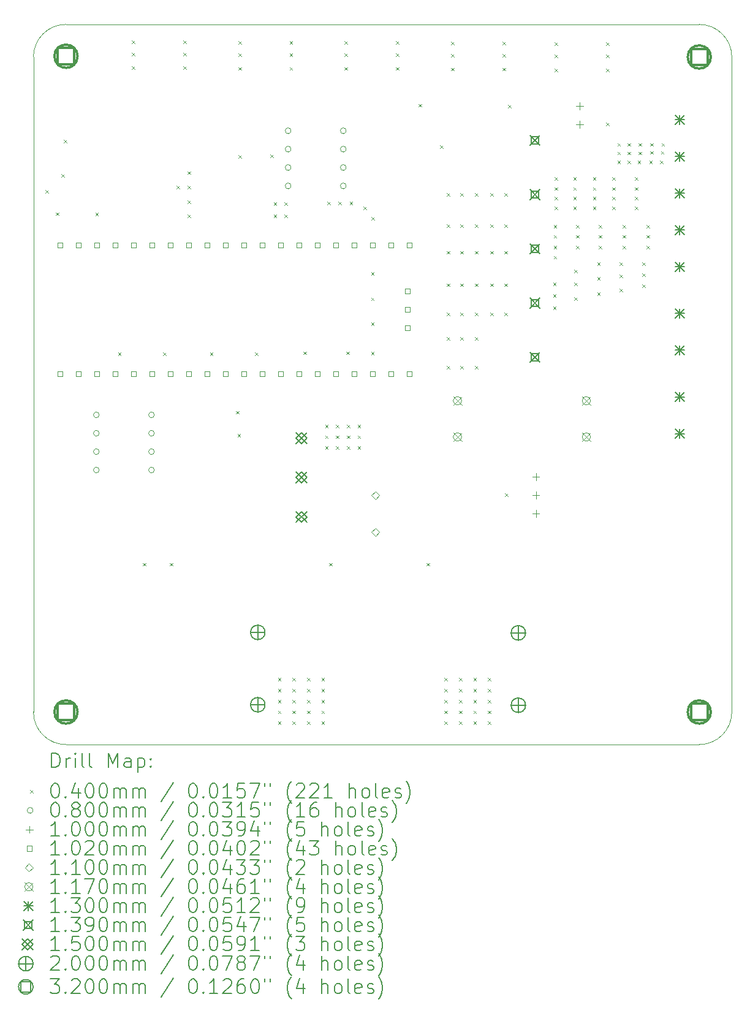
<source format=gbr>
%TF.GenerationSoftware,KiCad,Pcbnew,(6.0.9)*%
%TF.CreationDate,2022-12-24T03:55:55+03:00*%
%TF.ProjectId,new-pcb,6e65772d-7063-4622-9e6b-696361645f70,rev?*%
%TF.SameCoordinates,Original*%
%TF.FileFunction,Drillmap*%
%TF.FilePolarity,Positive*%
%FSLAX45Y45*%
G04 Gerber Fmt 4.5, Leading zero omitted, Abs format (unit mm)*
G04 Created by KiCad (PCBNEW (6.0.9)) date 2022-12-24 03:55:55*
%MOMM*%
%LPD*%
G01*
G04 APERTURE LIST*
%ADD10C,0.100000*%
%ADD11C,0.200000*%
%ADD12C,0.040000*%
%ADD13C,0.080000*%
%ADD14C,0.102000*%
%ADD15C,0.110000*%
%ADD16C,0.117000*%
%ADD17C,0.130000*%
%ADD18C,0.139000*%
%ADD19C,0.150000*%
%ADD20C,0.320000*%
G04 APERTURE END LIST*
D10*
X20150000Y-4350000D02*
G75*
G03*
X19700000Y-3900000I-450000J0D01*
G01*
X10950000Y-3900000D02*
G75*
G03*
X10500000Y-4350000I0J-450000D01*
G01*
X10500000Y-13400000D02*
G75*
G03*
X10950000Y-13850000I450000J0D01*
G01*
X19700000Y-13850000D02*
G75*
G03*
X20150000Y-13400000I0J450000D01*
G01*
X10950000Y-13850000D02*
X19700000Y-13850000D01*
X10500000Y-4350000D02*
X10500000Y-13400000D01*
X19700000Y-3900000D02*
X10950000Y-3900000D01*
X20150000Y-13400000D02*
X20150000Y-4350000D01*
D11*
D12*
X10665000Y-6190000D02*
X10705000Y-6230000D01*
X10705000Y-6190000D02*
X10665000Y-6230000D01*
X10812500Y-6497500D02*
X10852500Y-6537500D01*
X10852500Y-6497500D02*
X10812500Y-6537500D01*
X10885000Y-5970000D02*
X10925000Y-6010000D01*
X10925000Y-5970000D02*
X10885000Y-6010000D01*
X10917500Y-5492500D02*
X10957500Y-5532500D01*
X10957500Y-5492500D02*
X10917500Y-5532500D01*
X11355000Y-6505000D02*
X11395000Y-6545000D01*
X11395000Y-6505000D02*
X11355000Y-6545000D01*
X11670000Y-8430000D02*
X11710000Y-8470000D01*
X11710000Y-8430000D02*
X11670000Y-8470000D01*
X11860000Y-4120000D02*
X11900000Y-4160000D01*
X11900000Y-4120000D02*
X11860000Y-4160000D01*
X11860000Y-4290000D02*
X11900000Y-4330000D01*
X11900000Y-4290000D02*
X11860000Y-4330000D01*
X11860000Y-4480000D02*
X11900000Y-4520000D01*
X11900000Y-4480000D02*
X11860000Y-4520000D01*
X12015000Y-11340000D02*
X12055000Y-11380000D01*
X12055000Y-11340000D02*
X12015000Y-11380000D01*
X12290000Y-8430000D02*
X12330000Y-8470000D01*
X12330000Y-8430000D02*
X12290000Y-8470000D01*
X12385000Y-11340000D02*
X12425000Y-11380000D01*
X12425000Y-11340000D02*
X12385000Y-11380000D01*
X12480000Y-6130000D02*
X12520000Y-6170000D01*
X12520000Y-6130000D02*
X12480000Y-6170000D01*
X12570000Y-4120000D02*
X12610000Y-4160000D01*
X12610000Y-4120000D02*
X12570000Y-4160000D01*
X12570000Y-4290000D02*
X12610000Y-4330000D01*
X12610000Y-4290000D02*
X12570000Y-4330000D01*
X12570000Y-4480000D02*
X12610000Y-4520000D01*
X12610000Y-4480000D02*
X12570000Y-4520000D01*
X12630000Y-5930000D02*
X12670000Y-5970000D01*
X12670000Y-5930000D02*
X12630000Y-5970000D01*
X12630000Y-6130000D02*
X12670000Y-6170000D01*
X12670000Y-6130000D02*
X12630000Y-6170000D01*
X12630000Y-6330000D02*
X12670000Y-6370000D01*
X12670000Y-6330000D02*
X12630000Y-6370000D01*
X12630000Y-6530000D02*
X12670000Y-6570000D01*
X12670000Y-6530000D02*
X12630000Y-6570000D01*
X12940000Y-8430000D02*
X12980000Y-8470000D01*
X12980000Y-8430000D02*
X12940000Y-8470000D01*
X13300000Y-9240000D02*
X13340000Y-9280000D01*
X13340000Y-9240000D02*
X13300000Y-9280000D01*
X13320000Y-9560000D02*
X13360000Y-9600000D01*
X13360000Y-9560000D02*
X13320000Y-9600000D01*
X13330000Y-4130000D02*
X13370000Y-4170000D01*
X13370000Y-4130000D02*
X13330000Y-4170000D01*
X13330000Y-4300000D02*
X13370000Y-4340000D01*
X13370000Y-4300000D02*
X13330000Y-4340000D01*
X13330000Y-4490000D02*
X13370000Y-4530000D01*
X13370000Y-4490000D02*
X13330000Y-4530000D01*
X13330000Y-5705000D02*
X13370000Y-5745000D01*
X13370000Y-5705000D02*
X13330000Y-5745000D01*
X13560000Y-8430000D02*
X13600000Y-8470000D01*
X13600000Y-8430000D02*
X13560000Y-8470000D01*
X13775000Y-5700000D02*
X13815000Y-5740000D01*
X13815000Y-5700000D02*
X13775000Y-5740000D01*
X13820000Y-6360000D02*
X13860000Y-6400000D01*
X13860000Y-6360000D02*
X13820000Y-6400000D01*
X13820000Y-6530000D02*
X13860000Y-6570000D01*
X13860000Y-6530000D02*
X13820000Y-6570000D01*
X13880000Y-12930000D02*
X13920000Y-12970000D01*
X13920000Y-12930000D02*
X13880000Y-12970000D01*
X13880000Y-13080000D02*
X13920000Y-13120000D01*
X13920000Y-13080000D02*
X13880000Y-13120000D01*
X13880000Y-13230000D02*
X13920000Y-13270000D01*
X13920000Y-13230000D02*
X13880000Y-13270000D01*
X13880000Y-13380000D02*
X13920000Y-13420000D01*
X13920000Y-13380000D02*
X13880000Y-13420000D01*
X13880000Y-13530000D02*
X13920000Y-13570000D01*
X13920000Y-13530000D02*
X13880000Y-13570000D01*
X13970000Y-6360000D02*
X14010000Y-6400000D01*
X14010000Y-6360000D02*
X13970000Y-6400000D01*
X13970000Y-6530000D02*
X14010000Y-6570000D01*
X14010000Y-6530000D02*
X13970000Y-6570000D01*
X14040000Y-4130000D02*
X14080000Y-4170000D01*
X14080000Y-4130000D02*
X14040000Y-4170000D01*
X14040000Y-4300000D02*
X14080000Y-4340000D01*
X14080000Y-4300000D02*
X14040000Y-4340000D01*
X14040000Y-4490000D02*
X14080000Y-4530000D01*
X14080000Y-4490000D02*
X14040000Y-4530000D01*
X14080000Y-12930000D02*
X14120000Y-12970000D01*
X14120000Y-12930000D02*
X14080000Y-12970000D01*
X14080000Y-13080000D02*
X14120000Y-13120000D01*
X14120000Y-13080000D02*
X14080000Y-13120000D01*
X14080000Y-13230000D02*
X14120000Y-13270000D01*
X14120000Y-13230000D02*
X14080000Y-13270000D01*
X14080000Y-13380000D02*
X14120000Y-13420000D01*
X14120000Y-13380000D02*
X14080000Y-13420000D01*
X14080000Y-13530000D02*
X14120000Y-13570000D01*
X14120000Y-13530000D02*
X14080000Y-13570000D01*
X14230000Y-8420000D02*
X14270000Y-8460000D01*
X14270000Y-8420000D02*
X14230000Y-8460000D01*
X14280000Y-12930000D02*
X14320000Y-12970000D01*
X14320000Y-12930000D02*
X14280000Y-12970000D01*
X14280000Y-13080000D02*
X14320000Y-13120000D01*
X14320000Y-13080000D02*
X14280000Y-13120000D01*
X14280000Y-13230000D02*
X14320000Y-13270000D01*
X14320000Y-13230000D02*
X14280000Y-13270000D01*
X14280000Y-13380000D02*
X14320000Y-13420000D01*
X14320000Y-13380000D02*
X14280000Y-13420000D01*
X14280000Y-13530000D02*
X14320000Y-13570000D01*
X14320000Y-13530000D02*
X14280000Y-13570000D01*
X14480000Y-12930000D02*
X14520000Y-12970000D01*
X14520000Y-12930000D02*
X14480000Y-12970000D01*
X14480000Y-13080000D02*
X14520000Y-13120000D01*
X14520000Y-13080000D02*
X14480000Y-13120000D01*
X14480000Y-13230000D02*
X14520000Y-13270000D01*
X14520000Y-13230000D02*
X14480000Y-13270000D01*
X14480000Y-13380000D02*
X14520000Y-13420000D01*
X14520000Y-13380000D02*
X14480000Y-13420000D01*
X14480000Y-13530000D02*
X14520000Y-13570000D01*
X14520000Y-13530000D02*
X14480000Y-13570000D01*
X14530000Y-9430000D02*
X14570000Y-9470000D01*
X14570000Y-9430000D02*
X14530000Y-9470000D01*
X14530000Y-9580000D02*
X14570000Y-9620000D01*
X14570000Y-9580000D02*
X14530000Y-9620000D01*
X14530000Y-9730000D02*
X14570000Y-9770000D01*
X14570000Y-9730000D02*
X14530000Y-9770000D01*
X14560000Y-6350000D02*
X14600000Y-6390000D01*
X14600000Y-6350000D02*
X14560000Y-6390000D01*
X14585000Y-11340000D02*
X14625000Y-11380000D01*
X14625000Y-11340000D02*
X14585000Y-11380000D01*
X14680000Y-9430000D02*
X14720000Y-9470000D01*
X14720000Y-9430000D02*
X14680000Y-9470000D01*
X14680000Y-9580000D02*
X14720000Y-9620000D01*
X14720000Y-9580000D02*
X14680000Y-9620000D01*
X14680000Y-9730000D02*
X14720000Y-9770000D01*
X14720000Y-9730000D02*
X14680000Y-9770000D01*
X14710000Y-6350000D02*
X14750000Y-6390000D01*
X14750000Y-6350000D02*
X14710000Y-6390000D01*
X14800000Y-4130000D02*
X14840000Y-4170000D01*
X14840000Y-4130000D02*
X14800000Y-4170000D01*
X14800000Y-4300000D02*
X14840000Y-4340000D01*
X14840000Y-4300000D02*
X14800000Y-4340000D01*
X14800000Y-4490000D02*
X14840000Y-4530000D01*
X14840000Y-4490000D02*
X14800000Y-4530000D01*
X14820000Y-8420000D02*
X14860000Y-8460000D01*
X14860000Y-8420000D02*
X14820000Y-8460000D01*
X14830000Y-9430000D02*
X14870000Y-9470000D01*
X14870000Y-9430000D02*
X14830000Y-9470000D01*
X14830000Y-9580000D02*
X14870000Y-9620000D01*
X14870000Y-9580000D02*
X14830000Y-9620000D01*
X14830000Y-9730000D02*
X14870000Y-9770000D01*
X14870000Y-9730000D02*
X14830000Y-9770000D01*
X14870000Y-6350000D02*
X14910000Y-6390000D01*
X14910000Y-6350000D02*
X14870000Y-6390000D01*
X14980000Y-9430000D02*
X15020000Y-9470000D01*
X15020000Y-9430000D02*
X14980000Y-9470000D01*
X14980000Y-9580000D02*
X15020000Y-9620000D01*
X15020000Y-9580000D02*
X14980000Y-9620000D01*
X14980000Y-9730000D02*
X15020000Y-9770000D01*
X15020000Y-9730000D02*
X14980000Y-9770000D01*
X15060000Y-6420000D02*
X15100000Y-6460000D01*
X15100000Y-6420000D02*
X15060000Y-6460000D01*
X15165000Y-7325000D02*
X15205000Y-7365000D01*
X15205000Y-7325000D02*
X15165000Y-7365000D01*
X15165000Y-7675000D02*
X15205000Y-7715000D01*
X15205000Y-7675000D02*
X15165000Y-7715000D01*
X15165000Y-8015000D02*
X15205000Y-8055000D01*
X15205000Y-8015000D02*
X15165000Y-8055000D01*
X15165000Y-8425000D02*
X15205000Y-8465000D01*
X15205000Y-8425000D02*
X15165000Y-8465000D01*
X15170000Y-6560000D02*
X15210000Y-6600000D01*
X15210000Y-6560000D02*
X15170000Y-6600000D01*
X15510000Y-4130000D02*
X15550000Y-4170000D01*
X15550000Y-4130000D02*
X15510000Y-4170000D01*
X15510000Y-4300000D02*
X15550000Y-4340000D01*
X15550000Y-4300000D02*
X15510000Y-4340000D01*
X15510000Y-4490000D02*
X15550000Y-4530000D01*
X15550000Y-4490000D02*
X15510000Y-4530000D01*
X15820000Y-5000000D02*
X15860000Y-5040000D01*
X15860000Y-5000000D02*
X15820000Y-5040000D01*
X15930000Y-11340000D02*
X15970000Y-11380000D01*
X15970000Y-11340000D02*
X15930000Y-11380000D01*
X16120000Y-5570000D02*
X16160000Y-5610000D01*
X16160000Y-5570000D02*
X16120000Y-5610000D01*
X16180000Y-12930000D02*
X16220000Y-12970000D01*
X16220000Y-12930000D02*
X16180000Y-12970000D01*
X16180000Y-13080000D02*
X16220000Y-13120000D01*
X16220000Y-13080000D02*
X16180000Y-13120000D01*
X16180000Y-13230000D02*
X16220000Y-13270000D01*
X16220000Y-13230000D02*
X16180000Y-13270000D01*
X16180000Y-13380000D02*
X16220000Y-13420000D01*
X16220000Y-13380000D02*
X16180000Y-13420000D01*
X16180000Y-13530000D02*
X16220000Y-13570000D01*
X16220000Y-13530000D02*
X16180000Y-13570000D01*
X16210000Y-6230000D02*
X16250000Y-6270000D01*
X16250000Y-6230000D02*
X16210000Y-6270000D01*
X16210000Y-6660000D02*
X16250000Y-6700000D01*
X16250000Y-6660000D02*
X16210000Y-6700000D01*
X16210000Y-7030000D02*
X16250000Y-7070000D01*
X16250000Y-7030000D02*
X16210000Y-7070000D01*
X16210000Y-7480000D02*
X16250000Y-7520000D01*
X16250000Y-7480000D02*
X16210000Y-7520000D01*
X16210000Y-7880000D02*
X16250000Y-7920000D01*
X16250000Y-7880000D02*
X16210000Y-7920000D01*
X16210000Y-8220000D02*
X16250000Y-8260000D01*
X16250000Y-8220000D02*
X16210000Y-8260000D01*
X16210000Y-8620000D02*
X16250000Y-8660000D01*
X16250000Y-8620000D02*
X16210000Y-8660000D01*
X16270000Y-4140000D02*
X16310000Y-4180000D01*
X16310000Y-4140000D02*
X16270000Y-4180000D01*
X16270000Y-4310000D02*
X16310000Y-4350000D01*
X16310000Y-4310000D02*
X16270000Y-4350000D01*
X16270000Y-4500000D02*
X16310000Y-4540000D01*
X16310000Y-4500000D02*
X16270000Y-4540000D01*
X16380000Y-12930000D02*
X16420000Y-12970000D01*
X16420000Y-12930000D02*
X16380000Y-12970000D01*
X16380000Y-13080000D02*
X16420000Y-13120000D01*
X16420000Y-13080000D02*
X16380000Y-13120000D01*
X16380000Y-13230000D02*
X16420000Y-13270000D01*
X16420000Y-13230000D02*
X16380000Y-13270000D01*
X16380000Y-13380000D02*
X16420000Y-13420000D01*
X16420000Y-13380000D02*
X16380000Y-13420000D01*
X16380000Y-13530000D02*
X16420000Y-13570000D01*
X16420000Y-13530000D02*
X16380000Y-13570000D01*
X16400000Y-6230000D02*
X16440000Y-6270000D01*
X16440000Y-6230000D02*
X16400000Y-6270000D01*
X16400000Y-6660000D02*
X16440000Y-6700000D01*
X16440000Y-6660000D02*
X16400000Y-6700000D01*
X16400000Y-7030000D02*
X16440000Y-7070000D01*
X16440000Y-7030000D02*
X16400000Y-7070000D01*
X16400000Y-7480000D02*
X16440000Y-7520000D01*
X16440000Y-7480000D02*
X16400000Y-7520000D01*
X16400000Y-7880000D02*
X16440000Y-7920000D01*
X16440000Y-7880000D02*
X16400000Y-7920000D01*
X16400000Y-8220000D02*
X16440000Y-8260000D01*
X16440000Y-8220000D02*
X16400000Y-8260000D01*
X16400000Y-8620000D02*
X16440000Y-8660000D01*
X16440000Y-8620000D02*
X16400000Y-8660000D01*
X16580000Y-12930000D02*
X16620000Y-12970000D01*
X16620000Y-12930000D02*
X16580000Y-12970000D01*
X16580000Y-13080000D02*
X16620000Y-13120000D01*
X16620000Y-13080000D02*
X16580000Y-13120000D01*
X16580000Y-13230000D02*
X16620000Y-13270000D01*
X16620000Y-13230000D02*
X16580000Y-13270000D01*
X16580000Y-13380000D02*
X16620000Y-13420000D01*
X16620000Y-13380000D02*
X16580000Y-13420000D01*
X16580000Y-13530000D02*
X16620000Y-13570000D01*
X16620000Y-13530000D02*
X16580000Y-13570000D01*
X16600000Y-6230000D02*
X16640000Y-6270000D01*
X16640000Y-6230000D02*
X16600000Y-6270000D01*
X16600000Y-6660000D02*
X16640000Y-6700000D01*
X16640000Y-6660000D02*
X16600000Y-6700000D01*
X16600000Y-7030000D02*
X16640000Y-7070000D01*
X16640000Y-7030000D02*
X16600000Y-7070000D01*
X16600000Y-7480000D02*
X16640000Y-7520000D01*
X16640000Y-7480000D02*
X16600000Y-7520000D01*
X16600000Y-7880000D02*
X16640000Y-7920000D01*
X16640000Y-7880000D02*
X16600000Y-7920000D01*
X16600000Y-8220000D02*
X16640000Y-8260000D01*
X16640000Y-8220000D02*
X16600000Y-8260000D01*
X16600000Y-8620000D02*
X16640000Y-8660000D01*
X16640000Y-8620000D02*
X16600000Y-8660000D01*
X16780000Y-12930000D02*
X16820000Y-12970000D01*
X16820000Y-12930000D02*
X16780000Y-12970000D01*
X16780000Y-13080000D02*
X16820000Y-13120000D01*
X16820000Y-13080000D02*
X16780000Y-13120000D01*
X16780000Y-13230000D02*
X16820000Y-13270000D01*
X16820000Y-13230000D02*
X16780000Y-13270000D01*
X16780000Y-13380000D02*
X16820000Y-13420000D01*
X16820000Y-13380000D02*
X16780000Y-13420000D01*
X16780000Y-13530000D02*
X16820000Y-13570000D01*
X16820000Y-13530000D02*
X16780000Y-13570000D01*
X16810000Y-6230000D02*
X16850000Y-6270000D01*
X16850000Y-6230000D02*
X16810000Y-6270000D01*
X16810000Y-6660000D02*
X16850000Y-6700000D01*
X16850000Y-6660000D02*
X16810000Y-6700000D01*
X16810000Y-7030000D02*
X16850000Y-7070000D01*
X16850000Y-7030000D02*
X16810000Y-7070000D01*
X16810000Y-7480000D02*
X16850000Y-7520000D01*
X16850000Y-7480000D02*
X16810000Y-7520000D01*
X16810000Y-7880000D02*
X16850000Y-7920000D01*
X16850000Y-7880000D02*
X16810000Y-7920000D01*
X16980000Y-4140000D02*
X17020000Y-4180000D01*
X17020000Y-4140000D02*
X16980000Y-4180000D01*
X16980000Y-4310000D02*
X17020000Y-4350000D01*
X17020000Y-4310000D02*
X16980000Y-4350000D01*
X16980000Y-4500000D02*
X17020000Y-4540000D01*
X17020000Y-4500000D02*
X16980000Y-4540000D01*
X17010000Y-6230000D02*
X17050000Y-6270000D01*
X17050000Y-6230000D02*
X17010000Y-6270000D01*
X17010000Y-6660000D02*
X17050000Y-6700000D01*
X17050000Y-6660000D02*
X17010000Y-6700000D01*
X17010000Y-7030000D02*
X17050000Y-7070000D01*
X17050000Y-7030000D02*
X17010000Y-7070000D01*
X17010000Y-7480000D02*
X17050000Y-7520000D01*
X17050000Y-7480000D02*
X17010000Y-7520000D01*
X17010000Y-7880000D02*
X17050000Y-7920000D01*
X17050000Y-7880000D02*
X17010000Y-7920000D01*
X17015000Y-10380000D02*
X17055000Y-10420000D01*
X17055000Y-10380000D02*
X17015000Y-10420000D01*
X17060000Y-5010000D02*
X17100000Y-5050000D01*
X17100000Y-5010000D02*
X17060000Y-5050000D01*
X17680000Y-7470000D02*
X17720000Y-7510000D01*
X17720000Y-7470000D02*
X17680000Y-7510000D01*
X17680000Y-7630000D02*
X17720000Y-7670000D01*
X17720000Y-7630000D02*
X17680000Y-7670000D01*
X17680000Y-7800000D02*
X17720000Y-7840000D01*
X17720000Y-7800000D02*
X17680000Y-7840000D01*
X17690000Y-6670000D02*
X17730000Y-6710000D01*
X17730000Y-6670000D02*
X17690000Y-6710000D01*
X17690000Y-6810000D02*
X17730000Y-6850000D01*
X17730000Y-6810000D02*
X17690000Y-6850000D01*
X17690000Y-6960000D02*
X17730000Y-7000000D01*
X17730000Y-6960000D02*
X17690000Y-7000000D01*
X17690000Y-7100000D02*
X17730000Y-7140000D01*
X17730000Y-7100000D02*
X17690000Y-7140000D01*
X17700000Y-4150000D02*
X17740000Y-4190000D01*
X17740000Y-4150000D02*
X17700000Y-4190000D01*
X17700000Y-4320000D02*
X17740000Y-4360000D01*
X17740000Y-4320000D02*
X17700000Y-4360000D01*
X17700000Y-4510000D02*
X17740000Y-4550000D01*
X17740000Y-4510000D02*
X17700000Y-4550000D01*
X17700000Y-6010000D02*
X17740000Y-6050000D01*
X17740000Y-6010000D02*
X17700000Y-6050000D01*
X17700000Y-6150000D02*
X17740000Y-6190000D01*
X17740000Y-6150000D02*
X17700000Y-6190000D01*
X17700000Y-6280000D02*
X17740000Y-6320000D01*
X17740000Y-6280000D02*
X17700000Y-6320000D01*
X17700000Y-6420000D02*
X17740000Y-6460000D01*
X17740000Y-6420000D02*
X17700000Y-6460000D01*
X17960000Y-6010000D02*
X18000000Y-6050000D01*
X18000000Y-6010000D02*
X17960000Y-6050000D01*
X17960000Y-6150000D02*
X18000000Y-6190000D01*
X18000000Y-6150000D02*
X17960000Y-6190000D01*
X17960000Y-6280000D02*
X18000000Y-6320000D01*
X18000000Y-6280000D02*
X17960000Y-6320000D01*
X17960000Y-6420000D02*
X18000000Y-6460000D01*
X18000000Y-6420000D02*
X17960000Y-6460000D01*
X17970000Y-7290000D02*
X18010000Y-7330000D01*
X18010000Y-7290000D02*
X17970000Y-7330000D01*
X17970000Y-7470000D02*
X18010000Y-7510000D01*
X18010000Y-7470000D02*
X17970000Y-7510000D01*
X17970000Y-7670000D02*
X18010000Y-7710000D01*
X18010000Y-7670000D02*
X17970000Y-7710000D01*
X18000000Y-6670000D02*
X18040000Y-6710000D01*
X18040000Y-6670000D02*
X18000000Y-6710000D01*
X18000000Y-6810000D02*
X18040000Y-6850000D01*
X18040000Y-6810000D02*
X18000000Y-6850000D01*
X18000000Y-6960000D02*
X18040000Y-7000000D01*
X18040000Y-6960000D02*
X18000000Y-7000000D01*
X18230000Y-6010000D02*
X18270000Y-6050000D01*
X18270000Y-6010000D02*
X18230000Y-6050000D01*
X18230000Y-6150000D02*
X18270000Y-6190000D01*
X18270000Y-6150000D02*
X18230000Y-6190000D01*
X18230000Y-6280000D02*
X18270000Y-6320000D01*
X18270000Y-6280000D02*
X18230000Y-6320000D01*
X18230000Y-6420000D02*
X18270000Y-6460000D01*
X18270000Y-6420000D02*
X18230000Y-6460000D01*
X18290000Y-7190000D02*
X18330000Y-7230000D01*
X18330000Y-7190000D02*
X18290000Y-7230000D01*
X18290000Y-7390000D02*
X18330000Y-7430000D01*
X18330000Y-7390000D02*
X18290000Y-7430000D01*
X18290000Y-7600000D02*
X18330000Y-7640000D01*
X18330000Y-7600000D02*
X18290000Y-7640000D01*
X18310000Y-6670000D02*
X18350000Y-6710000D01*
X18350000Y-6670000D02*
X18310000Y-6710000D01*
X18310000Y-6810000D02*
X18350000Y-6850000D01*
X18350000Y-6810000D02*
X18310000Y-6850000D01*
X18310000Y-6960000D02*
X18350000Y-7000000D01*
X18350000Y-6960000D02*
X18310000Y-7000000D01*
X18410000Y-4150000D02*
X18450000Y-4190000D01*
X18450000Y-4150000D02*
X18410000Y-4190000D01*
X18410000Y-4320000D02*
X18450000Y-4360000D01*
X18450000Y-4320000D02*
X18410000Y-4360000D01*
X18410000Y-4510000D02*
X18450000Y-4550000D01*
X18450000Y-4510000D02*
X18410000Y-4550000D01*
X18410000Y-5260000D02*
X18450000Y-5300000D01*
X18450000Y-5260000D02*
X18410000Y-5300000D01*
X18500000Y-6010000D02*
X18540000Y-6050000D01*
X18540000Y-6010000D02*
X18500000Y-6050000D01*
X18500000Y-6150000D02*
X18540000Y-6190000D01*
X18540000Y-6150000D02*
X18500000Y-6190000D01*
X18500000Y-6280000D02*
X18540000Y-6320000D01*
X18540000Y-6280000D02*
X18500000Y-6320000D01*
X18500000Y-6420000D02*
X18540000Y-6460000D01*
X18540000Y-6420000D02*
X18500000Y-6460000D01*
X18570000Y-5540000D02*
X18610000Y-5580000D01*
X18610000Y-5540000D02*
X18570000Y-5580000D01*
X18570000Y-5660000D02*
X18610000Y-5700000D01*
X18610000Y-5660000D02*
X18570000Y-5700000D01*
X18570000Y-5780000D02*
X18610000Y-5820000D01*
X18610000Y-5780000D02*
X18570000Y-5820000D01*
X18600000Y-7190000D02*
X18640000Y-7230000D01*
X18640000Y-7190000D02*
X18600000Y-7230000D01*
X18600000Y-7360000D02*
X18640000Y-7400000D01*
X18640000Y-7360000D02*
X18600000Y-7400000D01*
X18600000Y-7550000D02*
X18640000Y-7590000D01*
X18640000Y-7550000D02*
X18600000Y-7590000D01*
X18640000Y-6670000D02*
X18680000Y-6710000D01*
X18680000Y-6670000D02*
X18640000Y-6710000D01*
X18640000Y-6810000D02*
X18680000Y-6850000D01*
X18680000Y-6810000D02*
X18640000Y-6850000D01*
X18640000Y-6960000D02*
X18680000Y-7000000D01*
X18680000Y-6960000D02*
X18640000Y-7000000D01*
X18710000Y-5540000D02*
X18750000Y-5580000D01*
X18750000Y-5540000D02*
X18710000Y-5580000D01*
X18710000Y-5660000D02*
X18750000Y-5700000D01*
X18750000Y-5660000D02*
X18710000Y-5700000D01*
X18710000Y-5780000D02*
X18750000Y-5820000D01*
X18750000Y-5780000D02*
X18710000Y-5820000D01*
X18810000Y-6010000D02*
X18850000Y-6050000D01*
X18850000Y-6010000D02*
X18810000Y-6050000D01*
X18810000Y-6150000D02*
X18850000Y-6190000D01*
X18850000Y-6150000D02*
X18810000Y-6190000D01*
X18810000Y-6280000D02*
X18850000Y-6320000D01*
X18850000Y-6280000D02*
X18810000Y-6320000D01*
X18810000Y-6420000D02*
X18850000Y-6460000D01*
X18850000Y-6420000D02*
X18810000Y-6460000D01*
X18850000Y-5780000D02*
X18890000Y-5820000D01*
X18890000Y-5780000D02*
X18850000Y-5820000D01*
X18860000Y-5540000D02*
X18900000Y-5580000D01*
X18900000Y-5540000D02*
X18860000Y-5580000D01*
X18860000Y-5660000D02*
X18900000Y-5700000D01*
X18900000Y-5660000D02*
X18860000Y-5700000D01*
X18910000Y-7190000D02*
X18950000Y-7230000D01*
X18950000Y-7190000D02*
X18910000Y-7230000D01*
X18910000Y-7340000D02*
X18950000Y-7380000D01*
X18950000Y-7340000D02*
X18910000Y-7380000D01*
X18910000Y-7490000D02*
X18950000Y-7530000D01*
X18950000Y-7490000D02*
X18910000Y-7530000D01*
X18970000Y-6670000D02*
X19010000Y-6710000D01*
X19010000Y-6670000D02*
X18970000Y-6710000D01*
X18970000Y-6810000D02*
X19010000Y-6850000D01*
X19010000Y-6810000D02*
X18970000Y-6850000D01*
X18970000Y-6960000D02*
X19010000Y-7000000D01*
X19010000Y-6960000D02*
X18970000Y-7000000D01*
X19010000Y-5780000D02*
X19050000Y-5820000D01*
X19050000Y-5780000D02*
X19010000Y-5820000D01*
X19020000Y-5540000D02*
X19060000Y-5580000D01*
X19060000Y-5540000D02*
X19020000Y-5580000D01*
X19020000Y-5650000D02*
X19060000Y-5690000D01*
X19060000Y-5650000D02*
X19020000Y-5690000D01*
X19160000Y-5780000D02*
X19200000Y-5820000D01*
X19200000Y-5780000D02*
X19160000Y-5820000D01*
X19170000Y-5650000D02*
X19210000Y-5690000D01*
X19210000Y-5650000D02*
X19170000Y-5690000D01*
X19180000Y-5540000D02*
X19220000Y-5580000D01*
X19220000Y-5540000D02*
X19180000Y-5580000D01*
D13*
X11410000Y-9295000D02*
G75*
G03*
X11410000Y-9295000I-40000J0D01*
G01*
X11410000Y-9549000D02*
G75*
G03*
X11410000Y-9549000I-40000J0D01*
G01*
X11410000Y-9803000D02*
G75*
G03*
X11410000Y-9803000I-40000J0D01*
G01*
X11410000Y-10057000D02*
G75*
G03*
X11410000Y-10057000I-40000J0D01*
G01*
X12172000Y-9295000D02*
G75*
G03*
X12172000Y-9295000I-40000J0D01*
G01*
X12172000Y-9549000D02*
G75*
G03*
X12172000Y-9549000I-40000J0D01*
G01*
X12172000Y-9803000D02*
G75*
G03*
X12172000Y-9803000I-40000J0D01*
G01*
X12172000Y-10057000D02*
G75*
G03*
X12172000Y-10057000I-40000J0D01*
G01*
X14060000Y-5370000D02*
G75*
G03*
X14060000Y-5370000I-40000J0D01*
G01*
X14060000Y-5624000D02*
G75*
G03*
X14060000Y-5624000I-40000J0D01*
G01*
X14060000Y-5878000D02*
G75*
G03*
X14060000Y-5878000I-40000J0D01*
G01*
X14060000Y-6132000D02*
G75*
G03*
X14060000Y-6132000I-40000J0D01*
G01*
X14822000Y-5370000D02*
G75*
G03*
X14822000Y-5370000I-40000J0D01*
G01*
X14822000Y-5624000D02*
G75*
G03*
X14822000Y-5624000I-40000J0D01*
G01*
X14822000Y-5878000D02*
G75*
G03*
X14822000Y-5878000I-40000J0D01*
G01*
X14822000Y-6132000D02*
G75*
G03*
X14822000Y-6132000I-40000J0D01*
G01*
D10*
X17442500Y-10099000D02*
X17442500Y-10199000D01*
X17392500Y-10149000D02*
X17492500Y-10149000D01*
X17442500Y-10353000D02*
X17442500Y-10453000D01*
X17392500Y-10403000D02*
X17492500Y-10403000D01*
X17442500Y-10607000D02*
X17442500Y-10707000D01*
X17392500Y-10657000D02*
X17492500Y-10657000D01*
X18050000Y-4976000D02*
X18050000Y-5076000D01*
X18000000Y-5026000D02*
X18100000Y-5026000D01*
X18050000Y-5230000D02*
X18050000Y-5330000D01*
X18000000Y-5280000D02*
X18100000Y-5280000D01*
D14*
X10903063Y-6987063D02*
X10903063Y-6914937D01*
X10830937Y-6914937D01*
X10830937Y-6987063D01*
X10903063Y-6987063D01*
X10903063Y-8765063D02*
X10903063Y-8692937D01*
X10830937Y-8692937D01*
X10830937Y-8765063D01*
X10903063Y-8765063D01*
X11157063Y-6987063D02*
X11157063Y-6914937D01*
X11084937Y-6914937D01*
X11084937Y-6987063D01*
X11157063Y-6987063D01*
X11157063Y-8765063D02*
X11157063Y-8692937D01*
X11084937Y-8692937D01*
X11084937Y-8765063D01*
X11157063Y-8765063D01*
X11411063Y-6987063D02*
X11411063Y-6914937D01*
X11338937Y-6914937D01*
X11338937Y-6987063D01*
X11411063Y-6987063D01*
X11411063Y-8765063D02*
X11411063Y-8692937D01*
X11338937Y-8692937D01*
X11338937Y-8765063D01*
X11411063Y-8765063D01*
X11665063Y-6987063D02*
X11665063Y-6914937D01*
X11592937Y-6914937D01*
X11592937Y-6987063D01*
X11665063Y-6987063D01*
X11665063Y-8765063D02*
X11665063Y-8692937D01*
X11592937Y-8692937D01*
X11592937Y-8765063D01*
X11665063Y-8765063D01*
X11919063Y-6987063D02*
X11919063Y-6914937D01*
X11846937Y-6914937D01*
X11846937Y-6987063D01*
X11919063Y-6987063D01*
X11919063Y-8765063D02*
X11919063Y-8692937D01*
X11846937Y-8692937D01*
X11846937Y-8765063D01*
X11919063Y-8765063D01*
X12173063Y-6987063D02*
X12173063Y-6914937D01*
X12100937Y-6914937D01*
X12100937Y-6987063D01*
X12173063Y-6987063D01*
X12173063Y-8765063D02*
X12173063Y-8692937D01*
X12100937Y-8692937D01*
X12100937Y-8765063D01*
X12173063Y-8765063D01*
X12427063Y-6987063D02*
X12427063Y-6914937D01*
X12354937Y-6914937D01*
X12354937Y-6987063D01*
X12427063Y-6987063D01*
X12427063Y-8765063D02*
X12427063Y-8692937D01*
X12354937Y-8692937D01*
X12354937Y-8765063D01*
X12427063Y-8765063D01*
X12681063Y-6987063D02*
X12681063Y-6914937D01*
X12608937Y-6914937D01*
X12608937Y-6987063D01*
X12681063Y-6987063D01*
X12681063Y-8765063D02*
X12681063Y-8692937D01*
X12608937Y-8692937D01*
X12608937Y-8765063D01*
X12681063Y-8765063D01*
X12935063Y-6987063D02*
X12935063Y-6914937D01*
X12862937Y-6914937D01*
X12862937Y-6987063D01*
X12935063Y-6987063D01*
X12935063Y-8765063D02*
X12935063Y-8692937D01*
X12862937Y-8692937D01*
X12862937Y-8765063D01*
X12935063Y-8765063D01*
X13189063Y-6987063D02*
X13189063Y-6914937D01*
X13116937Y-6914937D01*
X13116937Y-6987063D01*
X13189063Y-6987063D01*
X13189063Y-8765063D02*
X13189063Y-8692937D01*
X13116937Y-8692937D01*
X13116937Y-8765063D01*
X13189063Y-8765063D01*
X13443063Y-6987063D02*
X13443063Y-6914937D01*
X13370937Y-6914937D01*
X13370937Y-6987063D01*
X13443063Y-6987063D01*
X13443063Y-8765063D02*
X13443063Y-8692937D01*
X13370937Y-8692937D01*
X13370937Y-8765063D01*
X13443063Y-8765063D01*
X13697063Y-6987063D02*
X13697063Y-6914937D01*
X13624937Y-6914937D01*
X13624937Y-6987063D01*
X13697063Y-6987063D01*
X13697063Y-8765063D02*
X13697063Y-8692937D01*
X13624937Y-8692937D01*
X13624937Y-8765063D01*
X13697063Y-8765063D01*
X13951063Y-6987063D02*
X13951063Y-6914937D01*
X13878937Y-6914937D01*
X13878937Y-6987063D01*
X13951063Y-6987063D01*
X13951063Y-8765063D02*
X13951063Y-8692937D01*
X13878937Y-8692937D01*
X13878937Y-8765063D01*
X13951063Y-8765063D01*
X14205063Y-6987063D02*
X14205063Y-6914937D01*
X14132937Y-6914937D01*
X14132937Y-6987063D01*
X14205063Y-6987063D01*
X14205063Y-8765063D02*
X14205063Y-8692937D01*
X14132937Y-8692937D01*
X14132937Y-8765063D01*
X14205063Y-8765063D01*
X14459063Y-6987063D02*
X14459063Y-6914937D01*
X14386937Y-6914937D01*
X14386937Y-6987063D01*
X14459063Y-6987063D01*
X14459063Y-8765063D02*
X14459063Y-8692937D01*
X14386937Y-8692937D01*
X14386937Y-8765063D01*
X14459063Y-8765063D01*
X14713063Y-6987063D02*
X14713063Y-6914937D01*
X14640937Y-6914937D01*
X14640937Y-6987063D01*
X14713063Y-6987063D01*
X14713063Y-8765063D02*
X14713063Y-8692937D01*
X14640937Y-8692937D01*
X14640937Y-8765063D01*
X14713063Y-8765063D01*
X14967063Y-6987063D02*
X14967063Y-6914937D01*
X14894937Y-6914937D01*
X14894937Y-6987063D01*
X14967063Y-6987063D01*
X14967063Y-8765063D02*
X14967063Y-8692937D01*
X14894937Y-8692937D01*
X14894937Y-8765063D01*
X14967063Y-8765063D01*
X15221063Y-6987063D02*
X15221063Y-6914937D01*
X15148937Y-6914937D01*
X15148937Y-6987063D01*
X15221063Y-6987063D01*
X15221063Y-8765063D02*
X15221063Y-8692937D01*
X15148937Y-8692937D01*
X15148937Y-8765063D01*
X15221063Y-8765063D01*
X15475063Y-6987063D02*
X15475063Y-6914937D01*
X15402937Y-6914937D01*
X15402937Y-6987063D01*
X15475063Y-6987063D01*
X15475063Y-8765063D02*
X15475063Y-8692937D01*
X15402937Y-8692937D01*
X15402937Y-8765063D01*
X15475063Y-8765063D01*
X15706063Y-7622063D02*
X15706063Y-7549937D01*
X15633937Y-7549937D01*
X15633937Y-7622063D01*
X15706063Y-7622063D01*
X15706063Y-7876063D02*
X15706063Y-7803937D01*
X15633937Y-7803937D01*
X15633937Y-7876063D01*
X15706063Y-7876063D01*
X15706063Y-8130063D02*
X15706063Y-8057937D01*
X15633937Y-8057937D01*
X15633937Y-8130063D01*
X15706063Y-8130063D01*
X15729063Y-6987063D02*
X15729063Y-6914937D01*
X15656937Y-6914937D01*
X15656937Y-6987063D01*
X15729063Y-6987063D01*
X15729063Y-8765063D02*
X15729063Y-8692937D01*
X15656937Y-8692937D01*
X15656937Y-8765063D01*
X15729063Y-8765063D01*
D15*
X15225500Y-10461000D02*
X15280500Y-10406000D01*
X15225500Y-10351000D01*
X15170500Y-10406000D01*
X15225500Y-10461000D01*
X15225500Y-10969000D02*
X15280500Y-10914000D01*
X15225500Y-10859000D01*
X15170500Y-10914000D01*
X15225500Y-10969000D01*
D16*
X16301500Y-9041500D02*
X16418500Y-9158500D01*
X16418500Y-9041500D02*
X16301500Y-9158500D01*
X16418500Y-9100000D02*
G75*
G03*
X16418500Y-9100000I-58500J0D01*
G01*
X16301500Y-9541500D02*
X16418500Y-9658500D01*
X16418500Y-9541500D02*
X16301500Y-9658500D01*
X16418500Y-9600000D02*
G75*
G03*
X16418500Y-9600000I-58500J0D01*
G01*
X18081500Y-9041500D02*
X18198500Y-9158500D01*
X18198500Y-9041500D02*
X18081500Y-9158500D01*
X18198500Y-9100000D02*
G75*
G03*
X18198500Y-9100000I-58500J0D01*
G01*
X18081500Y-9541500D02*
X18198500Y-9658500D01*
X18198500Y-9541500D02*
X18081500Y-9658500D01*
X18198500Y-9600000D02*
G75*
G03*
X18198500Y-9600000I-58500J0D01*
G01*
D17*
X19365000Y-5153000D02*
X19495000Y-5283000D01*
X19495000Y-5153000D02*
X19365000Y-5283000D01*
X19430000Y-5153000D02*
X19430000Y-5283000D01*
X19365000Y-5218000D02*
X19495000Y-5218000D01*
X19365000Y-5661000D02*
X19495000Y-5791000D01*
X19495000Y-5661000D02*
X19365000Y-5791000D01*
X19430000Y-5661000D02*
X19430000Y-5791000D01*
X19365000Y-5726000D02*
X19495000Y-5726000D01*
X19365000Y-6169000D02*
X19495000Y-6299000D01*
X19495000Y-6169000D02*
X19365000Y-6299000D01*
X19430000Y-6169000D02*
X19430000Y-6299000D01*
X19365000Y-6234000D02*
X19495000Y-6234000D01*
X19365000Y-6677000D02*
X19495000Y-6807000D01*
X19495000Y-6677000D02*
X19365000Y-6807000D01*
X19430000Y-6677000D02*
X19430000Y-6807000D01*
X19365000Y-6742000D02*
X19495000Y-6742000D01*
X19365000Y-7185000D02*
X19495000Y-7315000D01*
X19495000Y-7185000D02*
X19365000Y-7315000D01*
X19430000Y-7185000D02*
X19430000Y-7315000D01*
X19365000Y-7250000D02*
X19495000Y-7250000D01*
X19365000Y-7827000D02*
X19495000Y-7957000D01*
X19495000Y-7827000D02*
X19365000Y-7957000D01*
X19430000Y-7827000D02*
X19430000Y-7957000D01*
X19365000Y-7892000D02*
X19495000Y-7892000D01*
X19365000Y-8335000D02*
X19495000Y-8465000D01*
X19495000Y-8335000D02*
X19365000Y-8465000D01*
X19430000Y-8335000D02*
X19430000Y-8465000D01*
X19365000Y-8400000D02*
X19495000Y-8400000D01*
X19365000Y-8981500D02*
X19495000Y-9111500D01*
X19495000Y-8981500D02*
X19365000Y-9111500D01*
X19430000Y-8981500D02*
X19430000Y-9111500D01*
X19365000Y-9046500D02*
X19495000Y-9046500D01*
X19365000Y-9489500D02*
X19495000Y-9619500D01*
X19495000Y-9489500D02*
X19365000Y-9619500D01*
X19430000Y-9489500D02*
X19430000Y-9619500D01*
X19365000Y-9554500D02*
X19495000Y-9554500D01*
D18*
X17360500Y-5430500D02*
X17499500Y-5569500D01*
X17499500Y-5430500D02*
X17360500Y-5569500D01*
X17479144Y-5549144D02*
X17479144Y-5450856D01*
X17380856Y-5450856D01*
X17380856Y-5549144D01*
X17479144Y-5549144D01*
X17360500Y-6180500D02*
X17499500Y-6319500D01*
X17499500Y-6180500D02*
X17360500Y-6319500D01*
X17479144Y-6299144D02*
X17479144Y-6200856D01*
X17380856Y-6200856D01*
X17380856Y-6299144D01*
X17479144Y-6299144D01*
X17360500Y-6930500D02*
X17499500Y-7069500D01*
X17499500Y-6930500D02*
X17360500Y-7069500D01*
X17479144Y-7049144D02*
X17479144Y-6950856D01*
X17380856Y-6950856D01*
X17380856Y-7049144D01*
X17479144Y-7049144D01*
X17360500Y-7680500D02*
X17499500Y-7819500D01*
X17499500Y-7680500D02*
X17360500Y-7819500D01*
X17479144Y-7799144D02*
X17479144Y-7700856D01*
X17380856Y-7700856D01*
X17380856Y-7799144D01*
X17479144Y-7799144D01*
X17360500Y-8430500D02*
X17499500Y-8569500D01*
X17499500Y-8430500D02*
X17360500Y-8569500D01*
X17479144Y-8549144D02*
X17479144Y-8450856D01*
X17380856Y-8450856D01*
X17380856Y-8549144D01*
X17479144Y-8549144D01*
D19*
X14127000Y-9540000D02*
X14277000Y-9690000D01*
X14277000Y-9540000D02*
X14127000Y-9690000D01*
X14202000Y-9690000D02*
X14277000Y-9615000D01*
X14202000Y-9540000D01*
X14127000Y-9615000D01*
X14202000Y-9690000D01*
X14127000Y-10085000D02*
X14277000Y-10235000D01*
X14277000Y-10085000D02*
X14127000Y-10235000D01*
X14202000Y-10235000D02*
X14277000Y-10160000D01*
X14202000Y-10085000D01*
X14127000Y-10160000D01*
X14202000Y-10235000D01*
X14127000Y-10630000D02*
X14277000Y-10780000D01*
X14277000Y-10630000D02*
X14127000Y-10780000D01*
X14202000Y-10780000D02*
X14277000Y-10705000D01*
X14202000Y-10630000D01*
X14127000Y-10705000D01*
X14202000Y-10780000D01*
D11*
X13600000Y-12200000D02*
X13600000Y-12400000D01*
X13500000Y-12300000D02*
X13700000Y-12300000D01*
X13700000Y-12300000D02*
G75*
G03*
X13700000Y-12300000I-100000J0D01*
G01*
X13600000Y-13200000D02*
X13600000Y-13400000D01*
X13500000Y-13300000D02*
X13700000Y-13300000D01*
X13700000Y-13300000D02*
G75*
G03*
X13700000Y-13300000I-100000J0D01*
G01*
X17200000Y-12206950D02*
X17200000Y-12406950D01*
X17100000Y-12306950D02*
X17300000Y-12306950D01*
X17300000Y-12306950D02*
G75*
G03*
X17300000Y-12306950I-100000J0D01*
G01*
X17200000Y-13206950D02*
X17200000Y-13406950D01*
X17100000Y-13306950D02*
X17300000Y-13306950D01*
X17300000Y-13306950D02*
G75*
G03*
X17300000Y-13306950I-100000J0D01*
G01*
D20*
X11063138Y-4453138D02*
X11063138Y-4226862D01*
X10836862Y-4226862D01*
X10836862Y-4453138D01*
X11063138Y-4453138D01*
X11110000Y-4340000D02*
G75*
G03*
X11110000Y-4340000I-160000J0D01*
G01*
X11063138Y-13513138D02*
X11063138Y-13286862D01*
X10836862Y-13286862D01*
X10836862Y-13513138D01*
X11063138Y-13513138D01*
X11110000Y-13400000D02*
G75*
G03*
X11110000Y-13400000I-160000J0D01*
G01*
X19813138Y-4463138D02*
X19813138Y-4236862D01*
X19586862Y-4236862D01*
X19586862Y-4463138D01*
X19813138Y-4463138D01*
X19860000Y-4350000D02*
G75*
G03*
X19860000Y-4350000I-160000J0D01*
G01*
X19813138Y-13513138D02*
X19813138Y-13286862D01*
X19586862Y-13286862D01*
X19586862Y-13513138D01*
X19813138Y-13513138D01*
X19860000Y-13400000D02*
G75*
G03*
X19860000Y-13400000I-160000J0D01*
G01*
D11*
X10752619Y-14165476D02*
X10752619Y-13965476D01*
X10800238Y-13965476D01*
X10828810Y-13975000D01*
X10847857Y-13994048D01*
X10857381Y-14013095D01*
X10866905Y-14051190D01*
X10866905Y-14079762D01*
X10857381Y-14117857D01*
X10847857Y-14136905D01*
X10828810Y-14155952D01*
X10800238Y-14165476D01*
X10752619Y-14165476D01*
X10952619Y-14165476D02*
X10952619Y-14032143D01*
X10952619Y-14070238D02*
X10962143Y-14051190D01*
X10971667Y-14041667D01*
X10990714Y-14032143D01*
X11009762Y-14032143D01*
X11076429Y-14165476D02*
X11076429Y-14032143D01*
X11076429Y-13965476D02*
X11066905Y-13975000D01*
X11076429Y-13984524D01*
X11085952Y-13975000D01*
X11076429Y-13965476D01*
X11076429Y-13984524D01*
X11200238Y-14165476D02*
X11181190Y-14155952D01*
X11171667Y-14136905D01*
X11171667Y-13965476D01*
X11305000Y-14165476D02*
X11285952Y-14155952D01*
X11276428Y-14136905D01*
X11276428Y-13965476D01*
X11533571Y-14165476D02*
X11533571Y-13965476D01*
X11600238Y-14108333D01*
X11666905Y-13965476D01*
X11666905Y-14165476D01*
X11847857Y-14165476D02*
X11847857Y-14060714D01*
X11838333Y-14041667D01*
X11819286Y-14032143D01*
X11781190Y-14032143D01*
X11762143Y-14041667D01*
X11847857Y-14155952D02*
X11828809Y-14165476D01*
X11781190Y-14165476D01*
X11762143Y-14155952D01*
X11752619Y-14136905D01*
X11752619Y-14117857D01*
X11762143Y-14098809D01*
X11781190Y-14089286D01*
X11828809Y-14089286D01*
X11847857Y-14079762D01*
X11943095Y-14032143D02*
X11943095Y-14232143D01*
X11943095Y-14041667D02*
X11962143Y-14032143D01*
X12000238Y-14032143D01*
X12019286Y-14041667D01*
X12028809Y-14051190D01*
X12038333Y-14070238D01*
X12038333Y-14127381D01*
X12028809Y-14146428D01*
X12019286Y-14155952D01*
X12000238Y-14165476D01*
X11962143Y-14165476D01*
X11943095Y-14155952D01*
X12124048Y-14146428D02*
X12133571Y-14155952D01*
X12124048Y-14165476D01*
X12114524Y-14155952D01*
X12124048Y-14146428D01*
X12124048Y-14165476D01*
X12124048Y-14041667D02*
X12133571Y-14051190D01*
X12124048Y-14060714D01*
X12114524Y-14051190D01*
X12124048Y-14041667D01*
X12124048Y-14060714D01*
D12*
X10455000Y-14475000D02*
X10495000Y-14515000D01*
X10495000Y-14475000D02*
X10455000Y-14515000D01*
D11*
X10790714Y-14385476D02*
X10809762Y-14385476D01*
X10828810Y-14395000D01*
X10838333Y-14404524D01*
X10847857Y-14423571D01*
X10857381Y-14461667D01*
X10857381Y-14509286D01*
X10847857Y-14547381D01*
X10838333Y-14566428D01*
X10828810Y-14575952D01*
X10809762Y-14585476D01*
X10790714Y-14585476D01*
X10771667Y-14575952D01*
X10762143Y-14566428D01*
X10752619Y-14547381D01*
X10743095Y-14509286D01*
X10743095Y-14461667D01*
X10752619Y-14423571D01*
X10762143Y-14404524D01*
X10771667Y-14395000D01*
X10790714Y-14385476D01*
X10943095Y-14566428D02*
X10952619Y-14575952D01*
X10943095Y-14585476D01*
X10933571Y-14575952D01*
X10943095Y-14566428D01*
X10943095Y-14585476D01*
X11124048Y-14452143D02*
X11124048Y-14585476D01*
X11076429Y-14375952D02*
X11028810Y-14518809D01*
X11152619Y-14518809D01*
X11266905Y-14385476D02*
X11285952Y-14385476D01*
X11305000Y-14395000D01*
X11314524Y-14404524D01*
X11324048Y-14423571D01*
X11333571Y-14461667D01*
X11333571Y-14509286D01*
X11324048Y-14547381D01*
X11314524Y-14566428D01*
X11305000Y-14575952D01*
X11285952Y-14585476D01*
X11266905Y-14585476D01*
X11247857Y-14575952D01*
X11238333Y-14566428D01*
X11228809Y-14547381D01*
X11219286Y-14509286D01*
X11219286Y-14461667D01*
X11228809Y-14423571D01*
X11238333Y-14404524D01*
X11247857Y-14395000D01*
X11266905Y-14385476D01*
X11457381Y-14385476D02*
X11476428Y-14385476D01*
X11495476Y-14395000D01*
X11505000Y-14404524D01*
X11514524Y-14423571D01*
X11524048Y-14461667D01*
X11524048Y-14509286D01*
X11514524Y-14547381D01*
X11505000Y-14566428D01*
X11495476Y-14575952D01*
X11476428Y-14585476D01*
X11457381Y-14585476D01*
X11438333Y-14575952D01*
X11428809Y-14566428D01*
X11419286Y-14547381D01*
X11409762Y-14509286D01*
X11409762Y-14461667D01*
X11419286Y-14423571D01*
X11428809Y-14404524D01*
X11438333Y-14395000D01*
X11457381Y-14385476D01*
X11609762Y-14585476D02*
X11609762Y-14452143D01*
X11609762Y-14471190D02*
X11619286Y-14461667D01*
X11638333Y-14452143D01*
X11666905Y-14452143D01*
X11685952Y-14461667D01*
X11695476Y-14480714D01*
X11695476Y-14585476D01*
X11695476Y-14480714D02*
X11705000Y-14461667D01*
X11724048Y-14452143D01*
X11752619Y-14452143D01*
X11771667Y-14461667D01*
X11781190Y-14480714D01*
X11781190Y-14585476D01*
X11876428Y-14585476D02*
X11876428Y-14452143D01*
X11876428Y-14471190D02*
X11885952Y-14461667D01*
X11905000Y-14452143D01*
X11933571Y-14452143D01*
X11952619Y-14461667D01*
X11962143Y-14480714D01*
X11962143Y-14585476D01*
X11962143Y-14480714D02*
X11971667Y-14461667D01*
X11990714Y-14452143D01*
X12019286Y-14452143D01*
X12038333Y-14461667D01*
X12047857Y-14480714D01*
X12047857Y-14585476D01*
X12438333Y-14375952D02*
X12266905Y-14633095D01*
X12695476Y-14385476D02*
X12714524Y-14385476D01*
X12733571Y-14395000D01*
X12743095Y-14404524D01*
X12752619Y-14423571D01*
X12762143Y-14461667D01*
X12762143Y-14509286D01*
X12752619Y-14547381D01*
X12743095Y-14566428D01*
X12733571Y-14575952D01*
X12714524Y-14585476D01*
X12695476Y-14585476D01*
X12676428Y-14575952D01*
X12666905Y-14566428D01*
X12657381Y-14547381D01*
X12647857Y-14509286D01*
X12647857Y-14461667D01*
X12657381Y-14423571D01*
X12666905Y-14404524D01*
X12676428Y-14395000D01*
X12695476Y-14385476D01*
X12847857Y-14566428D02*
X12857381Y-14575952D01*
X12847857Y-14585476D01*
X12838333Y-14575952D01*
X12847857Y-14566428D01*
X12847857Y-14585476D01*
X12981190Y-14385476D02*
X13000238Y-14385476D01*
X13019286Y-14395000D01*
X13028809Y-14404524D01*
X13038333Y-14423571D01*
X13047857Y-14461667D01*
X13047857Y-14509286D01*
X13038333Y-14547381D01*
X13028809Y-14566428D01*
X13019286Y-14575952D01*
X13000238Y-14585476D01*
X12981190Y-14585476D01*
X12962143Y-14575952D01*
X12952619Y-14566428D01*
X12943095Y-14547381D01*
X12933571Y-14509286D01*
X12933571Y-14461667D01*
X12943095Y-14423571D01*
X12952619Y-14404524D01*
X12962143Y-14395000D01*
X12981190Y-14385476D01*
X13238333Y-14585476D02*
X13124048Y-14585476D01*
X13181190Y-14585476D02*
X13181190Y-14385476D01*
X13162143Y-14414048D01*
X13143095Y-14433095D01*
X13124048Y-14442619D01*
X13419286Y-14385476D02*
X13324048Y-14385476D01*
X13314524Y-14480714D01*
X13324048Y-14471190D01*
X13343095Y-14461667D01*
X13390714Y-14461667D01*
X13409762Y-14471190D01*
X13419286Y-14480714D01*
X13428809Y-14499762D01*
X13428809Y-14547381D01*
X13419286Y-14566428D01*
X13409762Y-14575952D01*
X13390714Y-14585476D01*
X13343095Y-14585476D01*
X13324048Y-14575952D01*
X13314524Y-14566428D01*
X13495476Y-14385476D02*
X13628809Y-14385476D01*
X13543095Y-14585476D01*
X13695476Y-14385476D02*
X13695476Y-14423571D01*
X13771667Y-14385476D02*
X13771667Y-14423571D01*
X14066905Y-14661667D02*
X14057381Y-14652143D01*
X14038333Y-14623571D01*
X14028809Y-14604524D01*
X14019286Y-14575952D01*
X14009762Y-14528333D01*
X14009762Y-14490238D01*
X14019286Y-14442619D01*
X14028809Y-14414048D01*
X14038333Y-14395000D01*
X14057381Y-14366428D01*
X14066905Y-14356905D01*
X14133571Y-14404524D02*
X14143095Y-14395000D01*
X14162143Y-14385476D01*
X14209762Y-14385476D01*
X14228809Y-14395000D01*
X14238333Y-14404524D01*
X14247857Y-14423571D01*
X14247857Y-14442619D01*
X14238333Y-14471190D01*
X14124048Y-14585476D01*
X14247857Y-14585476D01*
X14324048Y-14404524D02*
X14333571Y-14395000D01*
X14352619Y-14385476D01*
X14400238Y-14385476D01*
X14419286Y-14395000D01*
X14428809Y-14404524D01*
X14438333Y-14423571D01*
X14438333Y-14442619D01*
X14428809Y-14471190D01*
X14314524Y-14585476D01*
X14438333Y-14585476D01*
X14628809Y-14585476D02*
X14514524Y-14585476D01*
X14571667Y-14585476D02*
X14571667Y-14385476D01*
X14552619Y-14414048D01*
X14533571Y-14433095D01*
X14514524Y-14442619D01*
X14866905Y-14585476D02*
X14866905Y-14385476D01*
X14952619Y-14585476D02*
X14952619Y-14480714D01*
X14943095Y-14461667D01*
X14924048Y-14452143D01*
X14895476Y-14452143D01*
X14876428Y-14461667D01*
X14866905Y-14471190D01*
X15076428Y-14585476D02*
X15057381Y-14575952D01*
X15047857Y-14566428D01*
X15038333Y-14547381D01*
X15038333Y-14490238D01*
X15047857Y-14471190D01*
X15057381Y-14461667D01*
X15076428Y-14452143D01*
X15105000Y-14452143D01*
X15124048Y-14461667D01*
X15133571Y-14471190D01*
X15143095Y-14490238D01*
X15143095Y-14547381D01*
X15133571Y-14566428D01*
X15124048Y-14575952D01*
X15105000Y-14585476D01*
X15076428Y-14585476D01*
X15257381Y-14585476D02*
X15238333Y-14575952D01*
X15228809Y-14556905D01*
X15228809Y-14385476D01*
X15409762Y-14575952D02*
X15390714Y-14585476D01*
X15352619Y-14585476D01*
X15333571Y-14575952D01*
X15324048Y-14556905D01*
X15324048Y-14480714D01*
X15333571Y-14461667D01*
X15352619Y-14452143D01*
X15390714Y-14452143D01*
X15409762Y-14461667D01*
X15419286Y-14480714D01*
X15419286Y-14499762D01*
X15324048Y-14518809D01*
X15495476Y-14575952D02*
X15514524Y-14585476D01*
X15552619Y-14585476D01*
X15571667Y-14575952D01*
X15581190Y-14556905D01*
X15581190Y-14547381D01*
X15571667Y-14528333D01*
X15552619Y-14518809D01*
X15524048Y-14518809D01*
X15505000Y-14509286D01*
X15495476Y-14490238D01*
X15495476Y-14480714D01*
X15505000Y-14461667D01*
X15524048Y-14452143D01*
X15552619Y-14452143D01*
X15571667Y-14461667D01*
X15647857Y-14661667D02*
X15657381Y-14652143D01*
X15676428Y-14623571D01*
X15685952Y-14604524D01*
X15695476Y-14575952D01*
X15705000Y-14528333D01*
X15705000Y-14490238D01*
X15695476Y-14442619D01*
X15685952Y-14414048D01*
X15676428Y-14395000D01*
X15657381Y-14366428D01*
X15647857Y-14356905D01*
D13*
X10495000Y-14759000D02*
G75*
G03*
X10495000Y-14759000I-40000J0D01*
G01*
D11*
X10790714Y-14649476D02*
X10809762Y-14649476D01*
X10828810Y-14659000D01*
X10838333Y-14668524D01*
X10847857Y-14687571D01*
X10857381Y-14725667D01*
X10857381Y-14773286D01*
X10847857Y-14811381D01*
X10838333Y-14830428D01*
X10828810Y-14839952D01*
X10809762Y-14849476D01*
X10790714Y-14849476D01*
X10771667Y-14839952D01*
X10762143Y-14830428D01*
X10752619Y-14811381D01*
X10743095Y-14773286D01*
X10743095Y-14725667D01*
X10752619Y-14687571D01*
X10762143Y-14668524D01*
X10771667Y-14659000D01*
X10790714Y-14649476D01*
X10943095Y-14830428D02*
X10952619Y-14839952D01*
X10943095Y-14849476D01*
X10933571Y-14839952D01*
X10943095Y-14830428D01*
X10943095Y-14849476D01*
X11066905Y-14735190D02*
X11047857Y-14725667D01*
X11038333Y-14716143D01*
X11028810Y-14697095D01*
X11028810Y-14687571D01*
X11038333Y-14668524D01*
X11047857Y-14659000D01*
X11066905Y-14649476D01*
X11105000Y-14649476D01*
X11124048Y-14659000D01*
X11133571Y-14668524D01*
X11143095Y-14687571D01*
X11143095Y-14697095D01*
X11133571Y-14716143D01*
X11124048Y-14725667D01*
X11105000Y-14735190D01*
X11066905Y-14735190D01*
X11047857Y-14744714D01*
X11038333Y-14754238D01*
X11028810Y-14773286D01*
X11028810Y-14811381D01*
X11038333Y-14830428D01*
X11047857Y-14839952D01*
X11066905Y-14849476D01*
X11105000Y-14849476D01*
X11124048Y-14839952D01*
X11133571Y-14830428D01*
X11143095Y-14811381D01*
X11143095Y-14773286D01*
X11133571Y-14754238D01*
X11124048Y-14744714D01*
X11105000Y-14735190D01*
X11266905Y-14649476D02*
X11285952Y-14649476D01*
X11305000Y-14659000D01*
X11314524Y-14668524D01*
X11324048Y-14687571D01*
X11333571Y-14725667D01*
X11333571Y-14773286D01*
X11324048Y-14811381D01*
X11314524Y-14830428D01*
X11305000Y-14839952D01*
X11285952Y-14849476D01*
X11266905Y-14849476D01*
X11247857Y-14839952D01*
X11238333Y-14830428D01*
X11228809Y-14811381D01*
X11219286Y-14773286D01*
X11219286Y-14725667D01*
X11228809Y-14687571D01*
X11238333Y-14668524D01*
X11247857Y-14659000D01*
X11266905Y-14649476D01*
X11457381Y-14649476D02*
X11476428Y-14649476D01*
X11495476Y-14659000D01*
X11505000Y-14668524D01*
X11514524Y-14687571D01*
X11524048Y-14725667D01*
X11524048Y-14773286D01*
X11514524Y-14811381D01*
X11505000Y-14830428D01*
X11495476Y-14839952D01*
X11476428Y-14849476D01*
X11457381Y-14849476D01*
X11438333Y-14839952D01*
X11428809Y-14830428D01*
X11419286Y-14811381D01*
X11409762Y-14773286D01*
X11409762Y-14725667D01*
X11419286Y-14687571D01*
X11428809Y-14668524D01*
X11438333Y-14659000D01*
X11457381Y-14649476D01*
X11609762Y-14849476D02*
X11609762Y-14716143D01*
X11609762Y-14735190D02*
X11619286Y-14725667D01*
X11638333Y-14716143D01*
X11666905Y-14716143D01*
X11685952Y-14725667D01*
X11695476Y-14744714D01*
X11695476Y-14849476D01*
X11695476Y-14744714D02*
X11705000Y-14725667D01*
X11724048Y-14716143D01*
X11752619Y-14716143D01*
X11771667Y-14725667D01*
X11781190Y-14744714D01*
X11781190Y-14849476D01*
X11876428Y-14849476D02*
X11876428Y-14716143D01*
X11876428Y-14735190D02*
X11885952Y-14725667D01*
X11905000Y-14716143D01*
X11933571Y-14716143D01*
X11952619Y-14725667D01*
X11962143Y-14744714D01*
X11962143Y-14849476D01*
X11962143Y-14744714D02*
X11971667Y-14725667D01*
X11990714Y-14716143D01*
X12019286Y-14716143D01*
X12038333Y-14725667D01*
X12047857Y-14744714D01*
X12047857Y-14849476D01*
X12438333Y-14639952D02*
X12266905Y-14897095D01*
X12695476Y-14649476D02*
X12714524Y-14649476D01*
X12733571Y-14659000D01*
X12743095Y-14668524D01*
X12752619Y-14687571D01*
X12762143Y-14725667D01*
X12762143Y-14773286D01*
X12752619Y-14811381D01*
X12743095Y-14830428D01*
X12733571Y-14839952D01*
X12714524Y-14849476D01*
X12695476Y-14849476D01*
X12676428Y-14839952D01*
X12666905Y-14830428D01*
X12657381Y-14811381D01*
X12647857Y-14773286D01*
X12647857Y-14725667D01*
X12657381Y-14687571D01*
X12666905Y-14668524D01*
X12676428Y-14659000D01*
X12695476Y-14649476D01*
X12847857Y-14830428D02*
X12857381Y-14839952D01*
X12847857Y-14849476D01*
X12838333Y-14839952D01*
X12847857Y-14830428D01*
X12847857Y-14849476D01*
X12981190Y-14649476D02*
X13000238Y-14649476D01*
X13019286Y-14659000D01*
X13028809Y-14668524D01*
X13038333Y-14687571D01*
X13047857Y-14725667D01*
X13047857Y-14773286D01*
X13038333Y-14811381D01*
X13028809Y-14830428D01*
X13019286Y-14839952D01*
X13000238Y-14849476D01*
X12981190Y-14849476D01*
X12962143Y-14839952D01*
X12952619Y-14830428D01*
X12943095Y-14811381D01*
X12933571Y-14773286D01*
X12933571Y-14725667D01*
X12943095Y-14687571D01*
X12952619Y-14668524D01*
X12962143Y-14659000D01*
X12981190Y-14649476D01*
X13114524Y-14649476D02*
X13238333Y-14649476D01*
X13171667Y-14725667D01*
X13200238Y-14725667D01*
X13219286Y-14735190D01*
X13228809Y-14744714D01*
X13238333Y-14763762D01*
X13238333Y-14811381D01*
X13228809Y-14830428D01*
X13219286Y-14839952D01*
X13200238Y-14849476D01*
X13143095Y-14849476D01*
X13124048Y-14839952D01*
X13114524Y-14830428D01*
X13428809Y-14849476D02*
X13314524Y-14849476D01*
X13371667Y-14849476D02*
X13371667Y-14649476D01*
X13352619Y-14678048D01*
X13333571Y-14697095D01*
X13314524Y-14706619D01*
X13609762Y-14649476D02*
X13514524Y-14649476D01*
X13505000Y-14744714D01*
X13514524Y-14735190D01*
X13533571Y-14725667D01*
X13581190Y-14725667D01*
X13600238Y-14735190D01*
X13609762Y-14744714D01*
X13619286Y-14763762D01*
X13619286Y-14811381D01*
X13609762Y-14830428D01*
X13600238Y-14839952D01*
X13581190Y-14849476D01*
X13533571Y-14849476D01*
X13514524Y-14839952D01*
X13505000Y-14830428D01*
X13695476Y-14649476D02*
X13695476Y-14687571D01*
X13771667Y-14649476D02*
X13771667Y-14687571D01*
X14066905Y-14925667D02*
X14057381Y-14916143D01*
X14038333Y-14887571D01*
X14028809Y-14868524D01*
X14019286Y-14839952D01*
X14009762Y-14792333D01*
X14009762Y-14754238D01*
X14019286Y-14706619D01*
X14028809Y-14678048D01*
X14038333Y-14659000D01*
X14057381Y-14630428D01*
X14066905Y-14620905D01*
X14247857Y-14849476D02*
X14133571Y-14849476D01*
X14190714Y-14849476D02*
X14190714Y-14649476D01*
X14171667Y-14678048D01*
X14152619Y-14697095D01*
X14133571Y-14706619D01*
X14419286Y-14649476D02*
X14381190Y-14649476D01*
X14362143Y-14659000D01*
X14352619Y-14668524D01*
X14333571Y-14697095D01*
X14324048Y-14735190D01*
X14324048Y-14811381D01*
X14333571Y-14830428D01*
X14343095Y-14839952D01*
X14362143Y-14849476D01*
X14400238Y-14849476D01*
X14419286Y-14839952D01*
X14428809Y-14830428D01*
X14438333Y-14811381D01*
X14438333Y-14763762D01*
X14428809Y-14744714D01*
X14419286Y-14735190D01*
X14400238Y-14725667D01*
X14362143Y-14725667D01*
X14343095Y-14735190D01*
X14333571Y-14744714D01*
X14324048Y-14763762D01*
X14676428Y-14849476D02*
X14676428Y-14649476D01*
X14762143Y-14849476D02*
X14762143Y-14744714D01*
X14752619Y-14725667D01*
X14733571Y-14716143D01*
X14705000Y-14716143D01*
X14685952Y-14725667D01*
X14676428Y-14735190D01*
X14885952Y-14849476D02*
X14866905Y-14839952D01*
X14857381Y-14830428D01*
X14847857Y-14811381D01*
X14847857Y-14754238D01*
X14857381Y-14735190D01*
X14866905Y-14725667D01*
X14885952Y-14716143D01*
X14914524Y-14716143D01*
X14933571Y-14725667D01*
X14943095Y-14735190D01*
X14952619Y-14754238D01*
X14952619Y-14811381D01*
X14943095Y-14830428D01*
X14933571Y-14839952D01*
X14914524Y-14849476D01*
X14885952Y-14849476D01*
X15066905Y-14849476D02*
X15047857Y-14839952D01*
X15038333Y-14820905D01*
X15038333Y-14649476D01*
X15219286Y-14839952D02*
X15200238Y-14849476D01*
X15162143Y-14849476D01*
X15143095Y-14839952D01*
X15133571Y-14820905D01*
X15133571Y-14744714D01*
X15143095Y-14725667D01*
X15162143Y-14716143D01*
X15200238Y-14716143D01*
X15219286Y-14725667D01*
X15228809Y-14744714D01*
X15228809Y-14763762D01*
X15133571Y-14782809D01*
X15305000Y-14839952D02*
X15324048Y-14849476D01*
X15362143Y-14849476D01*
X15381190Y-14839952D01*
X15390714Y-14820905D01*
X15390714Y-14811381D01*
X15381190Y-14792333D01*
X15362143Y-14782809D01*
X15333571Y-14782809D01*
X15314524Y-14773286D01*
X15305000Y-14754238D01*
X15305000Y-14744714D01*
X15314524Y-14725667D01*
X15333571Y-14716143D01*
X15362143Y-14716143D01*
X15381190Y-14725667D01*
X15457381Y-14925667D02*
X15466905Y-14916143D01*
X15485952Y-14887571D01*
X15495476Y-14868524D01*
X15505000Y-14839952D01*
X15514524Y-14792333D01*
X15514524Y-14754238D01*
X15505000Y-14706619D01*
X15495476Y-14678048D01*
X15485952Y-14659000D01*
X15466905Y-14630428D01*
X15457381Y-14620905D01*
D10*
X10445000Y-14973000D02*
X10445000Y-15073000D01*
X10395000Y-15023000D02*
X10495000Y-15023000D01*
D11*
X10857381Y-15113476D02*
X10743095Y-15113476D01*
X10800238Y-15113476D02*
X10800238Y-14913476D01*
X10781190Y-14942048D01*
X10762143Y-14961095D01*
X10743095Y-14970619D01*
X10943095Y-15094428D02*
X10952619Y-15103952D01*
X10943095Y-15113476D01*
X10933571Y-15103952D01*
X10943095Y-15094428D01*
X10943095Y-15113476D01*
X11076429Y-14913476D02*
X11095476Y-14913476D01*
X11114524Y-14923000D01*
X11124048Y-14932524D01*
X11133571Y-14951571D01*
X11143095Y-14989667D01*
X11143095Y-15037286D01*
X11133571Y-15075381D01*
X11124048Y-15094428D01*
X11114524Y-15103952D01*
X11095476Y-15113476D01*
X11076429Y-15113476D01*
X11057381Y-15103952D01*
X11047857Y-15094428D01*
X11038333Y-15075381D01*
X11028810Y-15037286D01*
X11028810Y-14989667D01*
X11038333Y-14951571D01*
X11047857Y-14932524D01*
X11057381Y-14923000D01*
X11076429Y-14913476D01*
X11266905Y-14913476D02*
X11285952Y-14913476D01*
X11305000Y-14923000D01*
X11314524Y-14932524D01*
X11324048Y-14951571D01*
X11333571Y-14989667D01*
X11333571Y-15037286D01*
X11324048Y-15075381D01*
X11314524Y-15094428D01*
X11305000Y-15103952D01*
X11285952Y-15113476D01*
X11266905Y-15113476D01*
X11247857Y-15103952D01*
X11238333Y-15094428D01*
X11228809Y-15075381D01*
X11219286Y-15037286D01*
X11219286Y-14989667D01*
X11228809Y-14951571D01*
X11238333Y-14932524D01*
X11247857Y-14923000D01*
X11266905Y-14913476D01*
X11457381Y-14913476D02*
X11476428Y-14913476D01*
X11495476Y-14923000D01*
X11505000Y-14932524D01*
X11514524Y-14951571D01*
X11524048Y-14989667D01*
X11524048Y-15037286D01*
X11514524Y-15075381D01*
X11505000Y-15094428D01*
X11495476Y-15103952D01*
X11476428Y-15113476D01*
X11457381Y-15113476D01*
X11438333Y-15103952D01*
X11428809Y-15094428D01*
X11419286Y-15075381D01*
X11409762Y-15037286D01*
X11409762Y-14989667D01*
X11419286Y-14951571D01*
X11428809Y-14932524D01*
X11438333Y-14923000D01*
X11457381Y-14913476D01*
X11609762Y-15113476D02*
X11609762Y-14980143D01*
X11609762Y-14999190D02*
X11619286Y-14989667D01*
X11638333Y-14980143D01*
X11666905Y-14980143D01*
X11685952Y-14989667D01*
X11695476Y-15008714D01*
X11695476Y-15113476D01*
X11695476Y-15008714D02*
X11705000Y-14989667D01*
X11724048Y-14980143D01*
X11752619Y-14980143D01*
X11771667Y-14989667D01*
X11781190Y-15008714D01*
X11781190Y-15113476D01*
X11876428Y-15113476D02*
X11876428Y-14980143D01*
X11876428Y-14999190D02*
X11885952Y-14989667D01*
X11905000Y-14980143D01*
X11933571Y-14980143D01*
X11952619Y-14989667D01*
X11962143Y-15008714D01*
X11962143Y-15113476D01*
X11962143Y-15008714D02*
X11971667Y-14989667D01*
X11990714Y-14980143D01*
X12019286Y-14980143D01*
X12038333Y-14989667D01*
X12047857Y-15008714D01*
X12047857Y-15113476D01*
X12438333Y-14903952D02*
X12266905Y-15161095D01*
X12695476Y-14913476D02*
X12714524Y-14913476D01*
X12733571Y-14923000D01*
X12743095Y-14932524D01*
X12752619Y-14951571D01*
X12762143Y-14989667D01*
X12762143Y-15037286D01*
X12752619Y-15075381D01*
X12743095Y-15094428D01*
X12733571Y-15103952D01*
X12714524Y-15113476D01*
X12695476Y-15113476D01*
X12676428Y-15103952D01*
X12666905Y-15094428D01*
X12657381Y-15075381D01*
X12647857Y-15037286D01*
X12647857Y-14989667D01*
X12657381Y-14951571D01*
X12666905Y-14932524D01*
X12676428Y-14923000D01*
X12695476Y-14913476D01*
X12847857Y-15094428D02*
X12857381Y-15103952D01*
X12847857Y-15113476D01*
X12838333Y-15103952D01*
X12847857Y-15094428D01*
X12847857Y-15113476D01*
X12981190Y-14913476D02*
X13000238Y-14913476D01*
X13019286Y-14923000D01*
X13028809Y-14932524D01*
X13038333Y-14951571D01*
X13047857Y-14989667D01*
X13047857Y-15037286D01*
X13038333Y-15075381D01*
X13028809Y-15094428D01*
X13019286Y-15103952D01*
X13000238Y-15113476D01*
X12981190Y-15113476D01*
X12962143Y-15103952D01*
X12952619Y-15094428D01*
X12943095Y-15075381D01*
X12933571Y-15037286D01*
X12933571Y-14989667D01*
X12943095Y-14951571D01*
X12952619Y-14932524D01*
X12962143Y-14923000D01*
X12981190Y-14913476D01*
X13114524Y-14913476D02*
X13238333Y-14913476D01*
X13171667Y-14989667D01*
X13200238Y-14989667D01*
X13219286Y-14999190D01*
X13228809Y-15008714D01*
X13238333Y-15027762D01*
X13238333Y-15075381D01*
X13228809Y-15094428D01*
X13219286Y-15103952D01*
X13200238Y-15113476D01*
X13143095Y-15113476D01*
X13124048Y-15103952D01*
X13114524Y-15094428D01*
X13333571Y-15113476D02*
X13371667Y-15113476D01*
X13390714Y-15103952D01*
X13400238Y-15094428D01*
X13419286Y-15065857D01*
X13428809Y-15027762D01*
X13428809Y-14951571D01*
X13419286Y-14932524D01*
X13409762Y-14923000D01*
X13390714Y-14913476D01*
X13352619Y-14913476D01*
X13333571Y-14923000D01*
X13324048Y-14932524D01*
X13314524Y-14951571D01*
X13314524Y-14999190D01*
X13324048Y-15018238D01*
X13333571Y-15027762D01*
X13352619Y-15037286D01*
X13390714Y-15037286D01*
X13409762Y-15027762D01*
X13419286Y-15018238D01*
X13428809Y-14999190D01*
X13600238Y-14980143D02*
X13600238Y-15113476D01*
X13552619Y-14903952D02*
X13505000Y-15046809D01*
X13628809Y-15046809D01*
X13695476Y-14913476D02*
X13695476Y-14951571D01*
X13771667Y-14913476D02*
X13771667Y-14951571D01*
X14066905Y-15189667D02*
X14057381Y-15180143D01*
X14038333Y-15151571D01*
X14028809Y-15132524D01*
X14019286Y-15103952D01*
X14009762Y-15056333D01*
X14009762Y-15018238D01*
X14019286Y-14970619D01*
X14028809Y-14942048D01*
X14038333Y-14923000D01*
X14057381Y-14894428D01*
X14066905Y-14884905D01*
X14238333Y-14913476D02*
X14143095Y-14913476D01*
X14133571Y-15008714D01*
X14143095Y-14999190D01*
X14162143Y-14989667D01*
X14209762Y-14989667D01*
X14228809Y-14999190D01*
X14238333Y-15008714D01*
X14247857Y-15027762D01*
X14247857Y-15075381D01*
X14238333Y-15094428D01*
X14228809Y-15103952D01*
X14209762Y-15113476D01*
X14162143Y-15113476D01*
X14143095Y-15103952D01*
X14133571Y-15094428D01*
X14485952Y-15113476D02*
X14485952Y-14913476D01*
X14571667Y-15113476D02*
X14571667Y-15008714D01*
X14562143Y-14989667D01*
X14543095Y-14980143D01*
X14514524Y-14980143D01*
X14495476Y-14989667D01*
X14485952Y-14999190D01*
X14695476Y-15113476D02*
X14676428Y-15103952D01*
X14666905Y-15094428D01*
X14657381Y-15075381D01*
X14657381Y-15018238D01*
X14666905Y-14999190D01*
X14676428Y-14989667D01*
X14695476Y-14980143D01*
X14724048Y-14980143D01*
X14743095Y-14989667D01*
X14752619Y-14999190D01*
X14762143Y-15018238D01*
X14762143Y-15075381D01*
X14752619Y-15094428D01*
X14743095Y-15103952D01*
X14724048Y-15113476D01*
X14695476Y-15113476D01*
X14876428Y-15113476D02*
X14857381Y-15103952D01*
X14847857Y-15084905D01*
X14847857Y-14913476D01*
X15028809Y-15103952D02*
X15009762Y-15113476D01*
X14971667Y-15113476D01*
X14952619Y-15103952D01*
X14943095Y-15084905D01*
X14943095Y-15008714D01*
X14952619Y-14989667D01*
X14971667Y-14980143D01*
X15009762Y-14980143D01*
X15028809Y-14989667D01*
X15038333Y-15008714D01*
X15038333Y-15027762D01*
X14943095Y-15046809D01*
X15114524Y-15103952D02*
X15133571Y-15113476D01*
X15171667Y-15113476D01*
X15190714Y-15103952D01*
X15200238Y-15084905D01*
X15200238Y-15075381D01*
X15190714Y-15056333D01*
X15171667Y-15046809D01*
X15143095Y-15046809D01*
X15124048Y-15037286D01*
X15114524Y-15018238D01*
X15114524Y-15008714D01*
X15124048Y-14989667D01*
X15143095Y-14980143D01*
X15171667Y-14980143D01*
X15190714Y-14989667D01*
X15266905Y-15189667D02*
X15276428Y-15180143D01*
X15295476Y-15151571D01*
X15305000Y-15132524D01*
X15314524Y-15103952D01*
X15324048Y-15056333D01*
X15324048Y-15018238D01*
X15314524Y-14970619D01*
X15305000Y-14942048D01*
X15295476Y-14923000D01*
X15276428Y-14894428D01*
X15266905Y-14884905D01*
D14*
X10480063Y-15323063D02*
X10480063Y-15250937D01*
X10407937Y-15250937D01*
X10407937Y-15323063D01*
X10480063Y-15323063D01*
D11*
X10857381Y-15377476D02*
X10743095Y-15377476D01*
X10800238Y-15377476D02*
X10800238Y-15177476D01*
X10781190Y-15206048D01*
X10762143Y-15225095D01*
X10743095Y-15234619D01*
X10943095Y-15358428D02*
X10952619Y-15367952D01*
X10943095Y-15377476D01*
X10933571Y-15367952D01*
X10943095Y-15358428D01*
X10943095Y-15377476D01*
X11076429Y-15177476D02*
X11095476Y-15177476D01*
X11114524Y-15187000D01*
X11124048Y-15196524D01*
X11133571Y-15215571D01*
X11143095Y-15253667D01*
X11143095Y-15301286D01*
X11133571Y-15339381D01*
X11124048Y-15358428D01*
X11114524Y-15367952D01*
X11095476Y-15377476D01*
X11076429Y-15377476D01*
X11057381Y-15367952D01*
X11047857Y-15358428D01*
X11038333Y-15339381D01*
X11028810Y-15301286D01*
X11028810Y-15253667D01*
X11038333Y-15215571D01*
X11047857Y-15196524D01*
X11057381Y-15187000D01*
X11076429Y-15177476D01*
X11219286Y-15196524D02*
X11228809Y-15187000D01*
X11247857Y-15177476D01*
X11295476Y-15177476D01*
X11314524Y-15187000D01*
X11324048Y-15196524D01*
X11333571Y-15215571D01*
X11333571Y-15234619D01*
X11324048Y-15263190D01*
X11209762Y-15377476D01*
X11333571Y-15377476D01*
X11457381Y-15177476D02*
X11476428Y-15177476D01*
X11495476Y-15187000D01*
X11505000Y-15196524D01*
X11514524Y-15215571D01*
X11524048Y-15253667D01*
X11524048Y-15301286D01*
X11514524Y-15339381D01*
X11505000Y-15358428D01*
X11495476Y-15367952D01*
X11476428Y-15377476D01*
X11457381Y-15377476D01*
X11438333Y-15367952D01*
X11428809Y-15358428D01*
X11419286Y-15339381D01*
X11409762Y-15301286D01*
X11409762Y-15253667D01*
X11419286Y-15215571D01*
X11428809Y-15196524D01*
X11438333Y-15187000D01*
X11457381Y-15177476D01*
X11609762Y-15377476D02*
X11609762Y-15244143D01*
X11609762Y-15263190D02*
X11619286Y-15253667D01*
X11638333Y-15244143D01*
X11666905Y-15244143D01*
X11685952Y-15253667D01*
X11695476Y-15272714D01*
X11695476Y-15377476D01*
X11695476Y-15272714D02*
X11705000Y-15253667D01*
X11724048Y-15244143D01*
X11752619Y-15244143D01*
X11771667Y-15253667D01*
X11781190Y-15272714D01*
X11781190Y-15377476D01*
X11876428Y-15377476D02*
X11876428Y-15244143D01*
X11876428Y-15263190D02*
X11885952Y-15253667D01*
X11905000Y-15244143D01*
X11933571Y-15244143D01*
X11952619Y-15253667D01*
X11962143Y-15272714D01*
X11962143Y-15377476D01*
X11962143Y-15272714D02*
X11971667Y-15253667D01*
X11990714Y-15244143D01*
X12019286Y-15244143D01*
X12038333Y-15253667D01*
X12047857Y-15272714D01*
X12047857Y-15377476D01*
X12438333Y-15167952D02*
X12266905Y-15425095D01*
X12695476Y-15177476D02*
X12714524Y-15177476D01*
X12733571Y-15187000D01*
X12743095Y-15196524D01*
X12752619Y-15215571D01*
X12762143Y-15253667D01*
X12762143Y-15301286D01*
X12752619Y-15339381D01*
X12743095Y-15358428D01*
X12733571Y-15367952D01*
X12714524Y-15377476D01*
X12695476Y-15377476D01*
X12676428Y-15367952D01*
X12666905Y-15358428D01*
X12657381Y-15339381D01*
X12647857Y-15301286D01*
X12647857Y-15253667D01*
X12657381Y-15215571D01*
X12666905Y-15196524D01*
X12676428Y-15187000D01*
X12695476Y-15177476D01*
X12847857Y-15358428D02*
X12857381Y-15367952D01*
X12847857Y-15377476D01*
X12838333Y-15367952D01*
X12847857Y-15358428D01*
X12847857Y-15377476D01*
X12981190Y-15177476D02*
X13000238Y-15177476D01*
X13019286Y-15187000D01*
X13028809Y-15196524D01*
X13038333Y-15215571D01*
X13047857Y-15253667D01*
X13047857Y-15301286D01*
X13038333Y-15339381D01*
X13028809Y-15358428D01*
X13019286Y-15367952D01*
X13000238Y-15377476D01*
X12981190Y-15377476D01*
X12962143Y-15367952D01*
X12952619Y-15358428D01*
X12943095Y-15339381D01*
X12933571Y-15301286D01*
X12933571Y-15253667D01*
X12943095Y-15215571D01*
X12952619Y-15196524D01*
X12962143Y-15187000D01*
X12981190Y-15177476D01*
X13219286Y-15244143D02*
X13219286Y-15377476D01*
X13171667Y-15167952D02*
X13124048Y-15310809D01*
X13247857Y-15310809D01*
X13362143Y-15177476D02*
X13381190Y-15177476D01*
X13400238Y-15187000D01*
X13409762Y-15196524D01*
X13419286Y-15215571D01*
X13428809Y-15253667D01*
X13428809Y-15301286D01*
X13419286Y-15339381D01*
X13409762Y-15358428D01*
X13400238Y-15367952D01*
X13381190Y-15377476D01*
X13362143Y-15377476D01*
X13343095Y-15367952D01*
X13333571Y-15358428D01*
X13324048Y-15339381D01*
X13314524Y-15301286D01*
X13314524Y-15253667D01*
X13324048Y-15215571D01*
X13333571Y-15196524D01*
X13343095Y-15187000D01*
X13362143Y-15177476D01*
X13505000Y-15196524D02*
X13514524Y-15187000D01*
X13533571Y-15177476D01*
X13581190Y-15177476D01*
X13600238Y-15187000D01*
X13609762Y-15196524D01*
X13619286Y-15215571D01*
X13619286Y-15234619D01*
X13609762Y-15263190D01*
X13495476Y-15377476D01*
X13619286Y-15377476D01*
X13695476Y-15177476D02*
X13695476Y-15215571D01*
X13771667Y-15177476D02*
X13771667Y-15215571D01*
X14066905Y-15453667D02*
X14057381Y-15444143D01*
X14038333Y-15415571D01*
X14028809Y-15396524D01*
X14019286Y-15367952D01*
X14009762Y-15320333D01*
X14009762Y-15282238D01*
X14019286Y-15234619D01*
X14028809Y-15206048D01*
X14038333Y-15187000D01*
X14057381Y-15158428D01*
X14066905Y-15148905D01*
X14228809Y-15244143D02*
X14228809Y-15377476D01*
X14181190Y-15167952D02*
X14133571Y-15310809D01*
X14257381Y-15310809D01*
X14314524Y-15177476D02*
X14438333Y-15177476D01*
X14371667Y-15253667D01*
X14400238Y-15253667D01*
X14419286Y-15263190D01*
X14428809Y-15272714D01*
X14438333Y-15291762D01*
X14438333Y-15339381D01*
X14428809Y-15358428D01*
X14419286Y-15367952D01*
X14400238Y-15377476D01*
X14343095Y-15377476D01*
X14324048Y-15367952D01*
X14314524Y-15358428D01*
X14676428Y-15377476D02*
X14676428Y-15177476D01*
X14762143Y-15377476D02*
X14762143Y-15272714D01*
X14752619Y-15253667D01*
X14733571Y-15244143D01*
X14705000Y-15244143D01*
X14685952Y-15253667D01*
X14676428Y-15263190D01*
X14885952Y-15377476D02*
X14866905Y-15367952D01*
X14857381Y-15358428D01*
X14847857Y-15339381D01*
X14847857Y-15282238D01*
X14857381Y-15263190D01*
X14866905Y-15253667D01*
X14885952Y-15244143D01*
X14914524Y-15244143D01*
X14933571Y-15253667D01*
X14943095Y-15263190D01*
X14952619Y-15282238D01*
X14952619Y-15339381D01*
X14943095Y-15358428D01*
X14933571Y-15367952D01*
X14914524Y-15377476D01*
X14885952Y-15377476D01*
X15066905Y-15377476D02*
X15047857Y-15367952D01*
X15038333Y-15348905D01*
X15038333Y-15177476D01*
X15219286Y-15367952D02*
X15200238Y-15377476D01*
X15162143Y-15377476D01*
X15143095Y-15367952D01*
X15133571Y-15348905D01*
X15133571Y-15272714D01*
X15143095Y-15253667D01*
X15162143Y-15244143D01*
X15200238Y-15244143D01*
X15219286Y-15253667D01*
X15228809Y-15272714D01*
X15228809Y-15291762D01*
X15133571Y-15310809D01*
X15305000Y-15367952D02*
X15324048Y-15377476D01*
X15362143Y-15377476D01*
X15381190Y-15367952D01*
X15390714Y-15348905D01*
X15390714Y-15339381D01*
X15381190Y-15320333D01*
X15362143Y-15310809D01*
X15333571Y-15310809D01*
X15314524Y-15301286D01*
X15305000Y-15282238D01*
X15305000Y-15272714D01*
X15314524Y-15253667D01*
X15333571Y-15244143D01*
X15362143Y-15244143D01*
X15381190Y-15253667D01*
X15457381Y-15453667D02*
X15466905Y-15444143D01*
X15485952Y-15415571D01*
X15495476Y-15396524D01*
X15505000Y-15367952D01*
X15514524Y-15320333D01*
X15514524Y-15282238D01*
X15505000Y-15234619D01*
X15495476Y-15206048D01*
X15485952Y-15187000D01*
X15466905Y-15158428D01*
X15457381Y-15148905D01*
D15*
X10440000Y-15606000D02*
X10495000Y-15551000D01*
X10440000Y-15496000D01*
X10385000Y-15551000D01*
X10440000Y-15606000D01*
D11*
X10857381Y-15641476D02*
X10743095Y-15641476D01*
X10800238Y-15641476D02*
X10800238Y-15441476D01*
X10781190Y-15470048D01*
X10762143Y-15489095D01*
X10743095Y-15498619D01*
X10943095Y-15622428D02*
X10952619Y-15631952D01*
X10943095Y-15641476D01*
X10933571Y-15631952D01*
X10943095Y-15622428D01*
X10943095Y-15641476D01*
X11143095Y-15641476D02*
X11028810Y-15641476D01*
X11085952Y-15641476D02*
X11085952Y-15441476D01*
X11066905Y-15470048D01*
X11047857Y-15489095D01*
X11028810Y-15498619D01*
X11266905Y-15441476D02*
X11285952Y-15441476D01*
X11305000Y-15451000D01*
X11314524Y-15460524D01*
X11324048Y-15479571D01*
X11333571Y-15517667D01*
X11333571Y-15565286D01*
X11324048Y-15603381D01*
X11314524Y-15622428D01*
X11305000Y-15631952D01*
X11285952Y-15641476D01*
X11266905Y-15641476D01*
X11247857Y-15631952D01*
X11238333Y-15622428D01*
X11228809Y-15603381D01*
X11219286Y-15565286D01*
X11219286Y-15517667D01*
X11228809Y-15479571D01*
X11238333Y-15460524D01*
X11247857Y-15451000D01*
X11266905Y-15441476D01*
X11457381Y-15441476D02*
X11476428Y-15441476D01*
X11495476Y-15451000D01*
X11505000Y-15460524D01*
X11514524Y-15479571D01*
X11524048Y-15517667D01*
X11524048Y-15565286D01*
X11514524Y-15603381D01*
X11505000Y-15622428D01*
X11495476Y-15631952D01*
X11476428Y-15641476D01*
X11457381Y-15641476D01*
X11438333Y-15631952D01*
X11428809Y-15622428D01*
X11419286Y-15603381D01*
X11409762Y-15565286D01*
X11409762Y-15517667D01*
X11419286Y-15479571D01*
X11428809Y-15460524D01*
X11438333Y-15451000D01*
X11457381Y-15441476D01*
X11609762Y-15641476D02*
X11609762Y-15508143D01*
X11609762Y-15527190D02*
X11619286Y-15517667D01*
X11638333Y-15508143D01*
X11666905Y-15508143D01*
X11685952Y-15517667D01*
X11695476Y-15536714D01*
X11695476Y-15641476D01*
X11695476Y-15536714D02*
X11705000Y-15517667D01*
X11724048Y-15508143D01*
X11752619Y-15508143D01*
X11771667Y-15517667D01*
X11781190Y-15536714D01*
X11781190Y-15641476D01*
X11876428Y-15641476D02*
X11876428Y-15508143D01*
X11876428Y-15527190D02*
X11885952Y-15517667D01*
X11905000Y-15508143D01*
X11933571Y-15508143D01*
X11952619Y-15517667D01*
X11962143Y-15536714D01*
X11962143Y-15641476D01*
X11962143Y-15536714D02*
X11971667Y-15517667D01*
X11990714Y-15508143D01*
X12019286Y-15508143D01*
X12038333Y-15517667D01*
X12047857Y-15536714D01*
X12047857Y-15641476D01*
X12438333Y-15431952D02*
X12266905Y-15689095D01*
X12695476Y-15441476D02*
X12714524Y-15441476D01*
X12733571Y-15451000D01*
X12743095Y-15460524D01*
X12752619Y-15479571D01*
X12762143Y-15517667D01*
X12762143Y-15565286D01*
X12752619Y-15603381D01*
X12743095Y-15622428D01*
X12733571Y-15631952D01*
X12714524Y-15641476D01*
X12695476Y-15641476D01*
X12676428Y-15631952D01*
X12666905Y-15622428D01*
X12657381Y-15603381D01*
X12647857Y-15565286D01*
X12647857Y-15517667D01*
X12657381Y-15479571D01*
X12666905Y-15460524D01*
X12676428Y-15451000D01*
X12695476Y-15441476D01*
X12847857Y-15622428D02*
X12857381Y-15631952D01*
X12847857Y-15641476D01*
X12838333Y-15631952D01*
X12847857Y-15622428D01*
X12847857Y-15641476D01*
X12981190Y-15441476D02*
X13000238Y-15441476D01*
X13019286Y-15451000D01*
X13028809Y-15460524D01*
X13038333Y-15479571D01*
X13047857Y-15517667D01*
X13047857Y-15565286D01*
X13038333Y-15603381D01*
X13028809Y-15622428D01*
X13019286Y-15631952D01*
X13000238Y-15641476D01*
X12981190Y-15641476D01*
X12962143Y-15631952D01*
X12952619Y-15622428D01*
X12943095Y-15603381D01*
X12933571Y-15565286D01*
X12933571Y-15517667D01*
X12943095Y-15479571D01*
X12952619Y-15460524D01*
X12962143Y-15451000D01*
X12981190Y-15441476D01*
X13219286Y-15508143D02*
X13219286Y-15641476D01*
X13171667Y-15431952D02*
X13124048Y-15574809D01*
X13247857Y-15574809D01*
X13305000Y-15441476D02*
X13428809Y-15441476D01*
X13362143Y-15517667D01*
X13390714Y-15517667D01*
X13409762Y-15527190D01*
X13419286Y-15536714D01*
X13428809Y-15555762D01*
X13428809Y-15603381D01*
X13419286Y-15622428D01*
X13409762Y-15631952D01*
X13390714Y-15641476D01*
X13333571Y-15641476D01*
X13314524Y-15631952D01*
X13305000Y-15622428D01*
X13495476Y-15441476D02*
X13619286Y-15441476D01*
X13552619Y-15517667D01*
X13581190Y-15517667D01*
X13600238Y-15527190D01*
X13609762Y-15536714D01*
X13619286Y-15555762D01*
X13619286Y-15603381D01*
X13609762Y-15622428D01*
X13600238Y-15631952D01*
X13581190Y-15641476D01*
X13524048Y-15641476D01*
X13505000Y-15631952D01*
X13495476Y-15622428D01*
X13695476Y-15441476D02*
X13695476Y-15479571D01*
X13771667Y-15441476D02*
X13771667Y-15479571D01*
X14066905Y-15717667D02*
X14057381Y-15708143D01*
X14038333Y-15679571D01*
X14028809Y-15660524D01*
X14019286Y-15631952D01*
X14009762Y-15584333D01*
X14009762Y-15546238D01*
X14019286Y-15498619D01*
X14028809Y-15470048D01*
X14038333Y-15451000D01*
X14057381Y-15422428D01*
X14066905Y-15412905D01*
X14133571Y-15460524D02*
X14143095Y-15451000D01*
X14162143Y-15441476D01*
X14209762Y-15441476D01*
X14228809Y-15451000D01*
X14238333Y-15460524D01*
X14247857Y-15479571D01*
X14247857Y-15498619D01*
X14238333Y-15527190D01*
X14124048Y-15641476D01*
X14247857Y-15641476D01*
X14485952Y-15641476D02*
X14485952Y-15441476D01*
X14571667Y-15641476D02*
X14571667Y-15536714D01*
X14562143Y-15517667D01*
X14543095Y-15508143D01*
X14514524Y-15508143D01*
X14495476Y-15517667D01*
X14485952Y-15527190D01*
X14695476Y-15641476D02*
X14676428Y-15631952D01*
X14666905Y-15622428D01*
X14657381Y-15603381D01*
X14657381Y-15546238D01*
X14666905Y-15527190D01*
X14676428Y-15517667D01*
X14695476Y-15508143D01*
X14724048Y-15508143D01*
X14743095Y-15517667D01*
X14752619Y-15527190D01*
X14762143Y-15546238D01*
X14762143Y-15603381D01*
X14752619Y-15622428D01*
X14743095Y-15631952D01*
X14724048Y-15641476D01*
X14695476Y-15641476D01*
X14876428Y-15641476D02*
X14857381Y-15631952D01*
X14847857Y-15612905D01*
X14847857Y-15441476D01*
X15028809Y-15631952D02*
X15009762Y-15641476D01*
X14971667Y-15641476D01*
X14952619Y-15631952D01*
X14943095Y-15612905D01*
X14943095Y-15536714D01*
X14952619Y-15517667D01*
X14971667Y-15508143D01*
X15009762Y-15508143D01*
X15028809Y-15517667D01*
X15038333Y-15536714D01*
X15038333Y-15555762D01*
X14943095Y-15574809D01*
X15114524Y-15631952D02*
X15133571Y-15641476D01*
X15171667Y-15641476D01*
X15190714Y-15631952D01*
X15200238Y-15612905D01*
X15200238Y-15603381D01*
X15190714Y-15584333D01*
X15171667Y-15574809D01*
X15143095Y-15574809D01*
X15124048Y-15565286D01*
X15114524Y-15546238D01*
X15114524Y-15536714D01*
X15124048Y-15517667D01*
X15143095Y-15508143D01*
X15171667Y-15508143D01*
X15190714Y-15517667D01*
X15266905Y-15717667D02*
X15276428Y-15708143D01*
X15295476Y-15679571D01*
X15305000Y-15660524D01*
X15314524Y-15631952D01*
X15324048Y-15584333D01*
X15324048Y-15546238D01*
X15314524Y-15498619D01*
X15305000Y-15470048D01*
X15295476Y-15451000D01*
X15276428Y-15422428D01*
X15266905Y-15412905D01*
D16*
X10378000Y-15756500D02*
X10495000Y-15873500D01*
X10495000Y-15756500D02*
X10378000Y-15873500D01*
X10495000Y-15815000D02*
G75*
G03*
X10495000Y-15815000I-58500J0D01*
G01*
D11*
X10857381Y-15905476D02*
X10743095Y-15905476D01*
X10800238Y-15905476D02*
X10800238Y-15705476D01*
X10781190Y-15734048D01*
X10762143Y-15753095D01*
X10743095Y-15762619D01*
X10943095Y-15886428D02*
X10952619Y-15895952D01*
X10943095Y-15905476D01*
X10933571Y-15895952D01*
X10943095Y-15886428D01*
X10943095Y-15905476D01*
X11143095Y-15905476D02*
X11028810Y-15905476D01*
X11085952Y-15905476D02*
X11085952Y-15705476D01*
X11066905Y-15734048D01*
X11047857Y-15753095D01*
X11028810Y-15762619D01*
X11209762Y-15705476D02*
X11343095Y-15705476D01*
X11257381Y-15905476D01*
X11457381Y-15705476D02*
X11476428Y-15705476D01*
X11495476Y-15715000D01*
X11505000Y-15724524D01*
X11514524Y-15743571D01*
X11524048Y-15781667D01*
X11524048Y-15829286D01*
X11514524Y-15867381D01*
X11505000Y-15886428D01*
X11495476Y-15895952D01*
X11476428Y-15905476D01*
X11457381Y-15905476D01*
X11438333Y-15895952D01*
X11428809Y-15886428D01*
X11419286Y-15867381D01*
X11409762Y-15829286D01*
X11409762Y-15781667D01*
X11419286Y-15743571D01*
X11428809Y-15724524D01*
X11438333Y-15715000D01*
X11457381Y-15705476D01*
X11609762Y-15905476D02*
X11609762Y-15772143D01*
X11609762Y-15791190D02*
X11619286Y-15781667D01*
X11638333Y-15772143D01*
X11666905Y-15772143D01*
X11685952Y-15781667D01*
X11695476Y-15800714D01*
X11695476Y-15905476D01*
X11695476Y-15800714D02*
X11705000Y-15781667D01*
X11724048Y-15772143D01*
X11752619Y-15772143D01*
X11771667Y-15781667D01*
X11781190Y-15800714D01*
X11781190Y-15905476D01*
X11876428Y-15905476D02*
X11876428Y-15772143D01*
X11876428Y-15791190D02*
X11885952Y-15781667D01*
X11905000Y-15772143D01*
X11933571Y-15772143D01*
X11952619Y-15781667D01*
X11962143Y-15800714D01*
X11962143Y-15905476D01*
X11962143Y-15800714D02*
X11971667Y-15781667D01*
X11990714Y-15772143D01*
X12019286Y-15772143D01*
X12038333Y-15781667D01*
X12047857Y-15800714D01*
X12047857Y-15905476D01*
X12438333Y-15695952D02*
X12266905Y-15953095D01*
X12695476Y-15705476D02*
X12714524Y-15705476D01*
X12733571Y-15715000D01*
X12743095Y-15724524D01*
X12752619Y-15743571D01*
X12762143Y-15781667D01*
X12762143Y-15829286D01*
X12752619Y-15867381D01*
X12743095Y-15886428D01*
X12733571Y-15895952D01*
X12714524Y-15905476D01*
X12695476Y-15905476D01*
X12676428Y-15895952D01*
X12666905Y-15886428D01*
X12657381Y-15867381D01*
X12647857Y-15829286D01*
X12647857Y-15781667D01*
X12657381Y-15743571D01*
X12666905Y-15724524D01*
X12676428Y-15715000D01*
X12695476Y-15705476D01*
X12847857Y-15886428D02*
X12857381Y-15895952D01*
X12847857Y-15905476D01*
X12838333Y-15895952D01*
X12847857Y-15886428D01*
X12847857Y-15905476D01*
X12981190Y-15705476D02*
X13000238Y-15705476D01*
X13019286Y-15715000D01*
X13028809Y-15724524D01*
X13038333Y-15743571D01*
X13047857Y-15781667D01*
X13047857Y-15829286D01*
X13038333Y-15867381D01*
X13028809Y-15886428D01*
X13019286Y-15895952D01*
X13000238Y-15905476D01*
X12981190Y-15905476D01*
X12962143Y-15895952D01*
X12952619Y-15886428D01*
X12943095Y-15867381D01*
X12933571Y-15829286D01*
X12933571Y-15781667D01*
X12943095Y-15743571D01*
X12952619Y-15724524D01*
X12962143Y-15715000D01*
X12981190Y-15705476D01*
X13219286Y-15772143D02*
X13219286Y-15905476D01*
X13171667Y-15695952D02*
X13124048Y-15838809D01*
X13247857Y-15838809D01*
X13409762Y-15705476D02*
X13371667Y-15705476D01*
X13352619Y-15715000D01*
X13343095Y-15724524D01*
X13324048Y-15753095D01*
X13314524Y-15791190D01*
X13314524Y-15867381D01*
X13324048Y-15886428D01*
X13333571Y-15895952D01*
X13352619Y-15905476D01*
X13390714Y-15905476D01*
X13409762Y-15895952D01*
X13419286Y-15886428D01*
X13428809Y-15867381D01*
X13428809Y-15819762D01*
X13419286Y-15800714D01*
X13409762Y-15791190D01*
X13390714Y-15781667D01*
X13352619Y-15781667D01*
X13333571Y-15791190D01*
X13324048Y-15800714D01*
X13314524Y-15819762D01*
X13619286Y-15905476D02*
X13505000Y-15905476D01*
X13562143Y-15905476D02*
X13562143Y-15705476D01*
X13543095Y-15734048D01*
X13524048Y-15753095D01*
X13505000Y-15762619D01*
X13695476Y-15705476D02*
X13695476Y-15743571D01*
X13771667Y-15705476D02*
X13771667Y-15743571D01*
X14066905Y-15981667D02*
X14057381Y-15972143D01*
X14038333Y-15943571D01*
X14028809Y-15924524D01*
X14019286Y-15895952D01*
X14009762Y-15848333D01*
X14009762Y-15810238D01*
X14019286Y-15762619D01*
X14028809Y-15734048D01*
X14038333Y-15715000D01*
X14057381Y-15686428D01*
X14066905Y-15676905D01*
X14228809Y-15772143D02*
X14228809Y-15905476D01*
X14181190Y-15695952D02*
X14133571Y-15838809D01*
X14257381Y-15838809D01*
X14485952Y-15905476D02*
X14485952Y-15705476D01*
X14571667Y-15905476D02*
X14571667Y-15800714D01*
X14562143Y-15781667D01*
X14543095Y-15772143D01*
X14514524Y-15772143D01*
X14495476Y-15781667D01*
X14485952Y-15791190D01*
X14695476Y-15905476D02*
X14676428Y-15895952D01*
X14666905Y-15886428D01*
X14657381Y-15867381D01*
X14657381Y-15810238D01*
X14666905Y-15791190D01*
X14676428Y-15781667D01*
X14695476Y-15772143D01*
X14724048Y-15772143D01*
X14743095Y-15781667D01*
X14752619Y-15791190D01*
X14762143Y-15810238D01*
X14762143Y-15867381D01*
X14752619Y-15886428D01*
X14743095Y-15895952D01*
X14724048Y-15905476D01*
X14695476Y-15905476D01*
X14876428Y-15905476D02*
X14857381Y-15895952D01*
X14847857Y-15876905D01*
X14847857Y-15705476D01*
X15028809Y-15895952D02*
X15009762Y-15905476D01*
X14971667Y-15905476D01*
X14952619Y-15895952D01*
X14943095Y-15876905D01*
X14943095Y-15800714D01*
X14952619Y-15781667D01*
X14971667Y-15772143D01*
X15009762Y-15772143D01*
X15028809Y-15781667D01*
X15038333Y-15800714D01*
X15038333Y-15819762D01*
X14943095Y-15838809D01*
X15114524Y-15895952D02*
X15133571Y-15905476D01*
X15171667Y-15905476D01*
X15190714Y-15895952D01*
X15200238Y-15876905D01*
X15200238Y-15867381D01*
X15190714Y-15848333D01*
X15171667Y-15838809D01*
X15143095Y-15838809D01*
X15124048Y-15829286D01*
X15114524Y-15810238D01*
X15114524Y-15800714D01*
X15124048Y-15781667D01*
X15143095Y-15772143D01*
X15171667Y-15772143D01*
X15190714Y-15781667D01*
X15266905Y-15981667D02*
X15276428Y-15972143D01*
X15295476Y-15943571D01*
X15305000Y-15924524D01*
X15314524Y-15895952D01*
X15324048Y-15848333D01*
X15324048Y-15810238D01*
X15314524Y-15762619D01*
X15305000Y-15734048D01*
X15295476Y-15715000D01*
X15276428Y-15686428D01*
X15266905Y-15676905D01*
D17*
X10365000Y-16014000D02*
X10495000Y-16144000D01*
X10495000Y-16014000D02*
X10365000Y-16144000D01*
X10430000Y-16014000D02*
X10430000Y-16144000D01*
X10365000Y-16079000D02*
X10495000Y-16079000D01*
D11*
X10857381Y-16169476D02*
X10743095Y-16169476D01*
X10800238Y-16169476D02*
X10800238Y-15969476D01*
X10781190Y-15998048D01*
X10762143Y-16017095D01*
X10743095Y-16026619D01*
X10943095Y-16150428D02*
X10952619Y-16159952D01*
X10943095Y-16169476D01*
X10933571Y-16159952D01*
X10943095Y-16150428D01*
X10943095Y-16169476D01*
X11019286Y-15969476D02*
X11143095Y-15969476D01*
X11076429Y-16045667D01*
X11105000Y-16045667D01*
X11124048Y-16055190D01*
X11133571Y-16064714D01*
X11143095Y-16083762D01*
X11143095Y-16131381D01*
X11133571Y-16150428D01*
X11124048Y-16159952D01*
X11105000Y-16169476D01*
X11047857Y-16169476D01*
X11028810Y-16159952D01*
X11019286Y-16150428D01*
X11266905Y-15969476D02*
X11285952Y-15969476D01*
X11305000Y-15979000D01*
X11314524Y-15988524D01*
X11324048Y-16007571D01*
X11333571Y-16045667D01*
X11333571Y-16093286D01*
X11324048Y-16131381D01*
X11314524Y-16150428D01*
X11305000Y-16159952D01*
X11285952Y-16169476D01*
X11266905Y-16169476D01*
X11247857Y-16159952D01*
X11238333Y-16150428D01*
X11228809Y-16131381D01*
X11219286Y-16093286D01*
X11219286Y-16045667D01*
X11228809Y-16007571D01*
X11238333Y-15988524D01*
X11247857Y-15979000D01*
X11266905Y-15969476D01*
X11457381Y-15969476D02*
X11476428Y-15969476D01*
X11495476Y-15979000D01*
X11505000Y-15988524D01*
X11514524Y-16007571D01*
X11524048Y-16045667D01*
X11524048Y-16093286D01*
X11514524Y-16131381D01*
X11505000Y-16150428D01*
X11495476Y-16159952D01*
X11476428Y-16169476D01*
X11457381Y-16169476D01*
X11438333Y-16159952D01*
X11428809Y-16150428D01*
X11419286Y-16131381D01*
X11409762Y-16093286D01*
X11409762Y-16045667D01*
X11419286Y-16007571D01*
X11428809Y-15988524D01*
X11438333Y-15979000D01*
X11457381Y-15969476D01*
X11609762Y-16169476D02*
X11609762Y-16036143D01*
X11609762Y-16055190D02*
X11619286Y-16045667D01*
X11638333Y-16036143D01*
X11666905Y-16036143D01*
X11685952Y-16045667D01*
X11695476Y-16064714D01*
X11695476Y-16169476D01*
X11695476Y-16064714D02*
X11705000Y-16045667D01*
X11724048Y-16036143D01*
X11752619Y-16036143D01*
X11771667Y-16045667D01*
X11781190Y-16064714D01*
X11781190Y-16169476D01*
X11876428Y-16169476D02*
X11876428Y-16036143D01*
X11876428Y-16055190D02*
X11885952Y-16045667D01*
X11905000Y-16036143D01*
X11933571Y-16036143D01*
X11952619Y-16045667D01*
X11962143Y-16064714D01*
X11962143Y-16169476D01*
X11962143Y-16064714D02*
X11971667Y-16045667D01*
X11990714Y-16036143D01*
X12019286Y-16036143D01*
X12038333Y-16045667D01*
X12047857Y-16064714D01*
X12047857Y-16169476D01*
X12438333Y-15959952D02*
X12266905Y-16217095D01*
X12695476Y-15969476D02*
X12714524Y-15969476D01*
X12733571Y-15979000D01*
X12743095Y-15988524D01*
X12752619Y-16007571D01*
X12762143Y-16045667D01*
X12762143Y-16093286D01*
X12752619Y-16131381D01*
X12743095Y-16150428D01*
X12733571Y-16159952D01*
X12714524Y-16169476D01*
X12695476Y-16169476D01*
X12676428Y-16159952D01*
X12666905Y-16150428D01*
X12657381Y-16131381D01*
X12647857Y-16093286D01*
X12647857Y-16045667D01*
X12657381Y-16007571D01*
X12666905Y-15988524D01*
X12676428Y-15979000D01*
X12695476Y-15969476D01*
X12847857Y-16150428D02*
X12857381Y-16159952D01*
X12847857Y-16169476D01*
X12838333Y-16159952D01*
X12847857Y-16150428D01*
X12847857Y-16169476D01*
X12981190Y-15969476D02*
X13000238Y-15969476D01*
X13019286Y-15979000D01*
X13028809Y-15988524D01*
X13038333Y-16007571D01*
X13047857Y-16045667D01*
X13047857Y-16093286D01*
X13038333Y-16131381D01*
X13028809Y-16150428D01*
X13019286Y-16159952D01*
X13000238Y-16169476D01*
X12981190Y-16169476D01*
X12962143Y-16159952D01*
X12952619Y-16150428D01*
X12943095Y-16131381D01*
X12933571Y-16093286D01*
X12933571Y-16045667D01*
X12943095Y-16007571D01*
X12952619Y-15988524D01*
X12962143Y-15979000D01*
X12981190Y-15969476D01*
X13228809Y-15969476D02*
X13133571Y-15969476D01*
X13124048Y-16064714D01*
X13133571Y-16055190D01*
X13152619Y-16045667D01*
X13200238Y-16045667D01*
X13219286Y-16055190D01*
X13228809Y-16064714D01*
X13238333Y-16083762D01*
X13238333Y-16131381D01*
X13228809Y-16150428D01*
X13219286Y-16159952D01*
X13200238Y-16169476D01*
X13152619Y-16169476D01*
X13133571Y-16159952D01*
X13124048Y-16150428D01*
X13428809Y-16169476D02*
X13314524Y-16169476D01*
X13371667Y-16169476D02*
X13371667Y-15969476D01*
X13352619Y-15998048D01*
X13333571Y-16017095D01*
X13314524Y-16026619D01*
X13505000Y-15988524D02*
X13514524Y-15979000D01*
X13533571Y-15969476D01*
X13581190Y-15969476D01*
X13600238Y-15979000D01*
X13609762Y-15988524D01*
X13619286Y-16007571D01*
X13619286Y-16026619D01*
X13609762Y-16055190D01*
X13495476Y-16169476D01*
X13619286Y-16169476D01*
X13695476Y-15969476D02*
X13695476Y-16007571D01*
X13771667Y-15969476D02*
X13771667Y-16007571D01*
X14066905Y-16245667D02*
X14057381Y-16236143D01*
X14038333Y-16207571D01*
X14028809Y-16188524D01*
X14019286Y-16159952D01*
X14009762Y-16112333D01*
X14009762Y-16074238D01*
X14019286Y-16026619D01*
X14028809Y-15998048D01*
X14038333Y-15979000D01*
X14057381Y-15950428D01*
X14066905Y-15940905D01*
X14152619Y-16169476D02*
X14190714Y-16169476D01*
X14209762Y-16159952D01*
X14219286Y-16150428D01*
X14238333Y-16121857D01*
X14247857Y-16083762D01*
X14247857Y-16007571D01*
X14238333Y-15988524D01*
X14228809Y-15979000D01*
X14209762Y-15969476D01*
X14171667Y-15969476D01*
X14152619Y-15979000D01*
X14143095Y-15988524D01*
X14133571Y-16007571D01*
X14133571Y-16055190D01*
X14143095Y-16074238D01*
X14152619Y-16083762D01*
X14171667Y-16093286D01*
X14209762Y-16093286D01*
X14228809Y-16083762D01*
X14238333Y-16074238D01*
X14247857Y-16055190D01*
X14485952Y-16169476D02*
X14485952Y-15969476D01*
X14571667Y-16169476D02*
X14571667Y-16064714D01*
X14562143Y-16045667D01*
X14543095Y-16036143D01*
X14514524Y-16036143D01*
X14495476Y-16045667D01*
X14485952Y-16055190D01*
X14695476Y-16169476D02*
X14676428Y-16159952D01*
X14666905Y-16150428D01*
X14657381Y-16131381D01*
X14657381Y-16074238D01*
X14666905Y-16055190D01*
X14676428Y-16045667D01*
X14695476Y-16036143D01*
X14724048Y-16036143D01*
X14743095Y-16045667D01*
X14752619Y-16055190D01*
X14762143Y-16074238D01*
X14762143Y-16131381D01*
X14752619Y-16150428D01*
X14743095Y-16159952D01*
X14724048Y-16169476D01*
X14695476Y-16169476D01*
X14876428Y-16169476D02*
X14857381Y-16159952D01*
X14847857Y-16140905D01*
X14847857Y-15969476D01*
X15028809Y-16159952D02*
X15009762Y-16169476D01*
X14971667Y-16169476D01*
X14952619Y-16159952D01*
X14943095Y-16140905D01*
X14943095Y-16064714D01*
X14952619Y-16045667D01*
X14971667Y-16036143D01*
X15009762Y-16036143D01*
X15028809Y-16045667D01*
X15038333Y-16064714D01*
X15038333Y-16083762D01*
X14943095Y-16102809D01*
X15114524Y-16159952D02*
X15133571Y-16169476D01*
X15171667Y-16169476D01*
X15190714Y-16159952D01*
X15200238Y-16140905D01*
X15200238Y-16131381D01*
X15190714Y-16112333D01*
X15171667Y-16102809D01*
X15143095Y-16102809D01*
X15124048Y-16093286D01*
X15114524Y-16074238D01*
X15114524Y-16064714D01*
X15124048Y-16045667D01*
X15143095Y-16036143D01*
X15171667Y-16036143D01*
X15190714Y-16045667D01*
X15266905Y-16245667D02*
X15276428Y-16236143D01*
X15295476Y-16207571D01*
X15305000Y-16188524D01*
X15314524Y-16159952D01*
X15324048Y-16112333D01*
X15324048Y-16074238D01*
X15314524Y-16026619D01*
X15305000Y-15998048D01*
X15295476Y-15979000D01*
X15276428Y-15950428D01*
X15266905Y-15940905D01*
D18*
X10356000Y-16273500D02*
X10495000Y-16412500D01*
X10495000Y-16273500D02*
X10356000Y-16412500D01*
X10474644Y-16392144D02*
X10474644Y-16293856D01*
X10376356Y-16293856D01*
X10376356Y-16392144D01*
X10474644Y-16392144D01*
D11*
X10857381Y-16433476D02*
X10743095Y-16433476D01*
X10800238Y-16433476D02*
X10800238Y-16233476D01*
X10781190Y-16262048D01*
X10762143Y-16281095D01*
X10743095Y-16290619D01*
X10943095Y-16414428D02*
X10952619Y-16423952D01*
X10943095Y-16433476D01*
X10933571Y-16423952D01*
X10943095Y-16414428D01*
X10943095Y-16433476D01*
X11019286Y-16233476D02*
X11143095Y-16233476D01*
X11076429Y-16309667D01*
X11105000Y-16309667D01*
X11124048Y-16319190D01*
X11133571Y-16328714D01*
X11143095Y-16347762D01*
X11143095Y-16395381D01*
X11133571Y-16414428D01*
X11124048Y-16423952D01*
X11105000Y-16433476D01*
X11047857Y-16433476D01*
X11028810Y-16423952D01*
X11019286Y-16414428D01*
X11238333Y-16433476D02*
X11276428Y-16433476D01*
X11295476Y-16423952D01*
X11305000Y-16414428D01*
X11324048Y-16385857D01*
X11333571Y-16347762D01*
X11333571Y-16271571D01*
X11324048Y-16252524D01*
X11314524Y-16243000D01*
X11295476Y-16233476D01*
X11257381Y-16233476D01*
X11238333Y-16243000D01*
X11228809Y-16252524D01*
X11219286Y-16271571D01*
X11219286Y-16319190D01*
X11228809Y-16338238D01*
X11238333Y-16347762D01*
X11257381Y-16357286D01*
X11295476Y-16357286D01*
X11314524Y-16347762D01*
X11324048Y-16338238D01*
X11333571Y-16319190D01*
X11457381Y-16233476D02*
X11476428Y-16233476D01*
X11495476Y-16243000D01*
X11505000Y-16252524D01*
X11514524Y-16271571D01*
X11524048Y-16309667D01*
X11524048Y-16357286D01*
X11514524Y-16395381D01*
X11505000Y-16414428D01*
X11495476Y-16423952D01*
X11476428Y-16433476D01*
X11457381Y-16433476D01*
X11438333Y-16423952D01*
X11428809Y-16414428D01*
X11419286Y-16395381D01*
X11409762Y-16357286D01*
X11409762Y-16309667D01*
X11419286Y-16271571D01*
X11428809Y-16252524D01*
X11438333Y-16243000D01*
X11457381Y-16233476D01*
X11609762Y-16433476D02*
X11609762Y-16300143D01*
X11609762Y-16319190D02*
X11619286Y-16309667D01*
X11638333Y-16300143D01*
X11666905Y-16300143D01*
X11685952Y-16309667D01*
X11695476Y-16328714D01*
X11695476Y-16433476D01*
X11695476Y-16328714D02*
X11705000Y-16309667D01*
X11724048Y-16300143D01*
X11752619Y-16300143D01*
X11771667Y-16309667D01*
X11781190Y-16328714D01*
X11781190Y-16433476D01*
X11876428Y-16433476D02*
X11876428Y-16300143D01*
X11876428Y-16319190D02*
X11885952Y-16309667D01*
X11905000Y-16300143D01*
X11933571Y-16300143D01*
X11952619Y-16309667D01*
X11962143Y-16328714D01*
X11962143Y-16433476D01*
X11962143Y-16328714D02*
X11971667Y-16309667D01*
X11990714Y-16300143D01*
X12019286Y-16300143D01*
X12038333Y-16309667D01*
X12047857Y-16328714D01*
X12047857Y-16433476D01*
X12438333Y-16223952D02*
X12266905Y-16481095D01*
X12695476Y-16233476D02*
X12714524Y-16233476D01*
X12733571Y-16243000D01*
X12743095Y-16252524D01*
X12752619Y-16271571D01*
X12762143Y-16309667D01*
X12762143Y-16357286D01*
X12752619Y-16395381D01*
X12743095Y-16414428D01*
X12733571Y-16423952D01*
X12714524Y-16433476D01*
X12695476Y-16433476D01*
X12676428Y-16423952D01*
X12666905Y-16414428D01*
X12657381Y-16395381D01*
X12647857Y-16357286D01*
X12647857Y-16309667D01*
X12657381Y-16271571D01*
X12666905Y-16252524D01*
X12676428Y-16243000D01*
X12695476Y-16233476D01*
X12847857Y-16414428D02*
X12857381Y-16423952D01*
X12847857Y-16433476D01*
X12838333Y-16423952D01*
X12847857Y-16414428D01*
X12847857Y-16433476D01*
X12981190Y-16233476D02*
X13000238Y-16233476D01*
X13019286Y-16243000D01*
X13028809Y-16252524D01*
X13038333Y-16271571D01*
X13047857Y-16309667D01*
X13047857Y-16357286D01*
X13038333Y-16395381D01*
X13028809Y-16414428D01*
X13019286Y-16423952D01*
X13000238Y-16433476D01*
X12981190Y-16433476D01*
X12962143Y-16423952D01*
X12952619Y-16414428D01*
X12943095Y-16395381D01*
X12933571Y-16357286D01*
X12933571Y-16309667D01*
X12943095Y-16271571D01*
X12952619Y-16252524D01*
X12962143Y-16243000D01*
X12981190Y-16233476D01*
X13228809Y-16233476D02*
X13133571Y-16233476D01*
X13124048Y-16328714D01*
X13133571Y-16319190D01*
X13152619Y-16309667D01*
X13200238Y-16309667D01*
X13219286Y-16319190D01*
X13228809Y-16328714D01*
X13238333Y-16347762D01*
X13238333Y-16395381D01*
X13228809Y-16414428D01*
X13219286Y-16423952D01*
X13200238Y-16433476D01*
X13152619Y-16433476D01*
X13133571Y-16423952D01*
X13124048Y-16414428D01*
X13409762Y-16300143D02*
X13409762Y-16433476D01*
X13362143Y-16223952D02*
X13314524Y-16366809D01*
X13438333Y-16366809D01*
X13495476Y-16233476D02*
X13628809Y-16233476D01*
X13543095Y-16433476D01*
X13695476Y-16233476D02*
X13695476Y-16271571D01*
X13771667Y-16233476D02*
X13771667Y-16271571D01*
X14066905Y-16509667D02*
X14057381Y-16500143D01*
X14038333Y-16471571D01*
X14028809Y-16452524D01*
X14019286Y-16423952D01*
X14009762Y-16376333D01*
X14009762Y-16338238D01*
X14019286Y-16290619D01*
X14028809Y-16262048D01*
X14038333Y-16243000D01*
X14057381Y-16214428D01*
X14066905Y-16204905D01*
X14238333Y-16233476D02*
X14143095Y-16233476D01*
X14133571Y-16328714D01*
X14143095Y-16319190D01*
X14162143Y-16309667D01*
X14209762Y-16309667D01*
X14228809Y-16319190D01*
X14238333Y-16328714D01*
X14247857Y-16347762D01*
X14247857Y-16395381D01*
X14238333Y-16414428D01*
X14228809Y-16423952D01*
X14209762Y-16433476D01*
X14162143Y-16433476D01*
X14143095Y-16423952D01*
X14133571Y-16414428D01*
X14485952Y-16433476D02*
X14485952Y-16233476D01*
X14571667Y-16433476D02*
X14571667Y-16328714D01*
X14562143Y-16309667D01*
X14543095Y-16300143D01*
X14514524Y-16300143D01*
X14495476Y-16309667D01*
X14485952Y-16319190D01*
X14695476Y-16433476D02*
X14676428Y-16423952D01*
X14666905Y-16414428D01*
X14657381Y-16395381D01*
X14657381Y-16338238D01*
X14666905Y-16319190D01*
X14676428Y-16309667D01*
X14695476Y-16300143D01*
X14724048Y-16300143D01*
X14743095Y-16309667D01*
X14752619Y-16319190D01*
X14762143Y-16338238D01*
X14762143Y-16395381D01*
X14752619Y-16414428D01*
X14743095Y-16423952D01*
X14724048Y-16433476D01*
X14695476Y-16433476D01*
X14876428Y-16433476D02*
X14857381Y-16423952D01*
X14847857Y-16404905D01*
X14847857Y-16233476D01*
X15028809Y-16423952D02*
X15009762Y-16433476D01*
X14971667Y-16433476D01*
X14952619Y-16423952D01*
X14943095Y-16404905D01*
X14943095Y-16328714D01*
X14952619Y-16309667D01*
X14971667Y-16300143D01*
X15009762Y-16300143D01*
X15028809Y-16309667D01*
X15038333Y-16328714D01*
X15038333Y-16347762D01*
X14943095Y-16366809D01*
X15114524Y-16423952D02*
X15133571Y-16433476D01*
X15171667Y-16433476D01*
X15190714Y-16423952D01*
X15200238Y-16404905D01*
X15200238Y-16395381D01*
X15190714Y-16376333D01*
X15171667Y-16366809D01*
X15143095Y-16366809D01*
X15124048Y-16357286D01*
X15114524Y-16338238D01*
X15114524Y-16328714D01*
X15124048Y-16309667D01*
X15143095Y-16300143D01*
X15171667Y-16300143D01*
X15190714Y-16309667D01*
X15266905Y-16509667D02*
X15276428Y-16500143D01*
X15295476Y-16471571D01*
X15305000Y-16452524D01*
X15314524Y-16423952D01*
X15324048Y-16376333D01*
X15324048Y-16338238D01*
X15314524Y-16290619D01*
X15305000Y-16262048D01*
X15295476Y-16243000D01*
X15276428Y-16214428D01*
X15266905Y-16204905D01*
D19*
X10345000Y-16532000D02*
X10495000Y-16682000D01*
X10495000Y-16532000D02*
X10345000Y-16682000D01*
X10420000Y-16682000D02*
X10495000Y-16607000D01*
X10420000Y-16532000D01*
X10345000Y-16607000D01*
X10420000Y-16682000D01*
D11*
X10857381Y-16697476D02*
X10743095Y-16697476D01*
X10800238Y-16697476D02*
X10800238Y-16497476D01*
X10781190Y-16526048D01*
X10762143Y-16545095D01*
X10743095Y-16554619D01*
X10943095Y-16678428D02*
X10952619Y-16687952D01*
X10943095Y-16697476D01*
X10933571Y-16687952D01*
X10943095Y-16678428D01*
X10943095Y-16697476D01*
X11133571Y-16497476D02*
X11038333Y-16497476D01*
X11028810Y-16592714D01*
X11038333Y-16583190D01*
X11057381Y-16573667D01*
X11105000Y-16573667D01*
X11124048Y-16583190D01*
X11133571Y-16592714D01*
X11143095Y-16611762D01*
X11143095Y-16659381D01*
X11133571Y-16678428D01*
X11124048Y-16687952D01*
X11105000Y-16697476D01*
X11057381Y-16697476D01*
X11038333Y-16687952D01*
X11028810Y-16678428D01*
X11266905Y-16497476D02*
X11285952Y-16497476D01*
X11305000Y-16507000D01*
X11314524Y-16516524D01*
X11324048Y-16535571D01*
X11333571Y-16573667D01*
X11333571Y-16621286D01*
X11324048Y-16659381D01*
X11314524Y-16678428D01*
X11305000Y-16687952D01*
X11285952Y-16697476D01*
X11266905Y-16697476D01*
X11247857Y-16687952D01*
X11238333Y-16678428D01*
X11228809Y-16659381D01*
X11219286Y-16621286D01*
X11219286Y-16573667D01*
X11228809Y-16535571D01*
X11238333Y-16516524D01*
X11247857Y-16507000D01*
X11266905Y-16497476D01*
X11457381Y-16497476D02*
X11476428Y-16497476D01*
X11495476Y-16507000D01*
X11505000Y-16516524D01*
X11514524Y-16535571D01*
X11524048Y-16573667D01*
X11524048Y-16621286D01*
X11514524Y-16659381D01*
X11505000Y-16678428D01*
X11495476Y-16687952D01*
X11476428Y-16697476D01*
X11457381Y-16697476D01*
X11438333Y-16687952D01*
X11428809Y-16678428D01*
X11419286Y-16659381D01*
X11409762Y-16621286D01*
X11409762Y-16573667D01*
X11419286Y-16535571D01*
X11428809Y-16516524D01*
X11438333Y-16507000D01*
X11457381Y-16497476D01*
X11609762Y-16697476D02*
X11609762Y-16564143D01*
X11609762Y-16583190D02*
X11619286Y-16573667D01*
X11638333Y-16564143D01*
X11666905Y-16564143D01*
X11685952Y-16573667D01*
X11695476Y-16592714D01*
X11695476Y-16697476D01*
X11695476Y-16592714D02*
X11705000Y-16573667D01*
X11724048Y-16564143D01*
X11752619Y-16564143D01*
X11771667Y-16573667D01*
X11781190Y-16592714D01*
X11781190Y-16697476D01*
X11876428Y-16697476D02*
X11876428Y-16564143D01*
X11876428Y-16583190D02*
X11885952Y-16573667D01*
X11905000Y-16564143D01*
X11933571Y-16564143D01*
X11952619Y-16573667D01*
X11962143Y-16592714D01*
X11962143Y-16697476D01*
X11962143Y-16592714D02*
X11971667Y-16573667D01*
X11990714Y-16564143D01*
X12019286Y-16564143D01*
X12038333Y-16573667D01*
X12047857Y-16592714D01*
X12047857Y-16697476D01*
X12438333Y-16487952D02*
X12266905Y-16745095D01*
X12695476Y-16497476D02*
X12714524Y-16497476D01*
X12733571Y-16507000D01*
X12743095Y-16516524D01*
X12752619Y-16535571D01*
X12762143Y-16573667D01*
X12762143Y-16621286D01*
X12752619Y-16659381D01*
X12743095Y-16678428D01*
X12733571Y-16687952D01*
X12714524Y-16697476D01*
X12695476Y-16697476D01*
X12676428Y-16687952D01*
X12666905Y-16678428D01*
X12657381Y-16659381D01*
X12647857Y-16621286D01*
X12647857Y-16573667D01*
X12657381Y-16535571D01*
X12666905Y-16516524D01*
X12676428Y-16507000D01*
X12695476Y-16497476D01*
X12847857Y-16678428D02*
X12857381Y-16687952D01*
X12847857Y-16697476D01*
X12838333Y-16687952D01*
X12847857Y-16678428D01*
X12847857Y-16697476D01*
X12981190Y-16497476D02*
X13000238Y-16497476D01*
X13019286Y-16507000D01*
X13028809Y-16516524D01*
X13038333Y-16535571D01*
X13047857Y-16573667D01*
X13047857Y-16621286D01*
X13038333Y-16659381D01*
X13028809Y-16678428D01*
X13019286Y-16687952D01*
X13000238Y-16697476D01*
X12981190Y-16697476D01*
X12962143Y-16687952D01*
X12952619Y-16678428D01*
X12943095Y-16659381D01*
X12933571Y-16621286D01*
X12933571Y-16573667D01*
X12943095Y-16535571D01*
X12952619Y-16516524D01*
X12962143Y-16507000D01*
X12981190Y-16497476D01*
X13228809Y-16497476D02*
X13133571Y-16497476D01*
X13124048Y-16592714D01*
X13133571Y-16583190D01*
X13152619Y-16573667D01*
X13200238Y-16573667D01*
X13219286Y-16583190D01*
X13228809Y-16592714D01*
X13238333Y-16611762D01*
X13238333Y-16659381D01*
X13228809Y-16678428D01*
X13219286Y-16687952D01*
X13200238Y-16697476D01*
X13152619Y-16697476D01*
X13133571Y-16687952D01*
X13124048Y-16678428D01*
X13333571Y-16697476D02*
X13371667Y-16697476D01*
X13390714Y-16687952D01*
X13400238Y-16678428D01*
X13419286Y-16649857D01*
X13428809Y-16611762D01*
X13428809Y-16535571D01*
X13419286Y-16516524D01*
X13409762Y-16507000D01*
X13390714Y-16497476D01*
X13352619Y-16497476D01*
X13333571Y-16507000D01*
X13324048Y-16516524D01*
X13314524Y-16535571D01*
X13314524Y-16583190D01*
X13324048Y-16602238D01*
X13333571Y-16611762D01*
X13352619Y-16621286D01*
X13390714Y-16621286D01*
X13409762Y-16611762D01*
X13419286Y-16602238D01*
X13428809Y-16583190D01*
X13619286Y-16697476D02*
X13505000Y-16697476D01*
X13562143Y-16697476D02*
X13562143Y-16497476D01*
X13543095Y-16526048D01*
X13524048Y-16545095D01*
X13505000Y-16554619D01*
X13695476Y-16497476D02*
X13695476Y-16535571D01*
X13771667Y-16497476D02*
X13771667Y-16535571D01*
X14066905Y-16773667D02*
X14057381Y-16764143D01*
X14038333Y-16735571D01*
X14028809Y-16716524D01*
X14019286Y-16687952D01*
X14009762Y-16640333D01*
X14009762Y-16602238D01*
X14019286Y-16554619D01*
X14028809Y-16526048D01*
X14038333Y-16507000D01*
X14057381Y-16478428D01*
X14066905Y-16468905D01*
X14124048Y-16497476D02*
X14247857Y-16497476D01*
X14181190Y-16573667D01*
X14209762Y-16573667D01*
X14228809Y-16583190D01*
X14238333Y-16592714D01*
X14247857Y-16611762D01*
X14247857Y-16659381D01*
X14238333Y-16678428D01*
X14228809Y-16687952D01*
X14209762Y-16697476D01*
X14152619Y-16697476D01*
X14133571Y-16687952D01*
X14124048Y-16678428D01*
X14485952Y-16697476D02*
X14485952Y-16497476D01*
X14571667Y-16697476D02*
X14571667Y-16592714D01*
X14562143Y-16573667D01*
X14543095Y-16564143D01*
X14514524Y-16564143D01*
X14495476Y-16573667D01*
X14485952Y-16583190D01*
X14695476Y-16697476D02*
X14676428Y-16687952D01*
X14666905Y-16678428D01*
X14657381Y-16659381D01*
X14657381Y-16602238D01*
X14666905Y-16583190D01*
X14676428Y-16573667D01*
X14695476Y-16564143D01*
X14724048Y-16564143D01*
X14743095Y-16573667D01*
X14752619Y-16583190D01*
X14762143Y-16602238D01*
X14762143Y-16659381D01*
X14752619Y-16678428D01*
X14743095Y-16687952D01*
X14724048Y-16697476D01*
X14695476Y-16697476D01*
X14876428Y-16697476D02*
X14857381Y-16687952D01*
X14847857Y-16668905D01*
X14847857Y-16497476D01*
X15028809Y-16687952D02*
X15009762Y-16697476D01*
X14971667Y-16697476D01*
X14952619Y-16687952D01*
X14943095Y-16668905D01*
X14943095Y-16592714D01*
X14952619Y-16573667D01*
X14971667Y-16564143D01*
X15009762Y-16564143D01*
X15028809Y-16573667D01*
X15038333Y-16592714D01*
X15038333Y-16611762D01*
X14943095Y-16630809D01*
X15114524Y-16687952D02*
X15133571Y-16697476D01*
X15171667Y-16697476D01*
X15190714Y-16687952D01*
X15200238Y-16668905D01*
X15200238Y-16659381D01*
X15190714Y-16640333D01*
X15171667Y-16630809D01*
X15143095Y-16630809D01*
X15124048Y-16621286D01*
X15114524Y-16602238D01*
X15114524Y-16592714D01*
X15124048Y-16573667D01*
X15143095Y-16564143D01*
X15171667Y-16564143D01*
X15190714Y-16573667D01*
X15266905Y-16773667D02*
X15276428Y-16764143D01*
X15295476Y-16735571D01*
X15305000Y-16716524D01*
X15314524Y-16687952D01*
X15324048Y-16640333D01*
X15324048Y-16602238D01*
X15314524Y-16554619D01*
X15305000Y-16526048D01*
X15295476Y-16507000D01*
X15276428Y-16478428D01*
X15266905Y-16468905D01*
X10395000Y-16777000D02*
X10395000Y-16977000D01*
X10295000Y-16877000D02*
X10495000Y-16877000D01*
X10495000Y-16877000D02*
G75*
G03*
X10495000Y-16877000I-100000J0D01*
G01*
X10743095Y-16786524D02*
X10752619Y-16777000D01*
X10771667Y-16767476D01*
X10819286Y-16767476D01*
X10838333Y-16777000D01*
X10847857Y-16786524D01*
X10857381Y-16805571D01*
X10857381Y-16824619D01*
X10847857Y-16853190D01*
X10733571Y-16967476D01*
X10857381Y-16967476D01*
X10943095Y-16948429D02*
X10952619Y-16957952D01*
X10943095Y-16967476D01*
X10933571Y-16957952D01*
X10943095Y-16948429D01*
X10943095Y-16967476D01*
X11076429Y-16767476D02*
X11095476Y-16767476D01*
X11114524Y-16777000D01*
X11124048Y-16786524D01*
X11133571Y-16805571D01*
X11143095Y-16843667D01*
X11143095Y-16891286D01*
X11133571Y-16929381D01*
X11124048Y-16948429D01*
X11114524Y-16957952D01*
X11095476Y-16967476D01*
X11076429Y-16967476D01*
X11057381Y-16957952D01*
X11047857Y-16948429D01*
X11038333Y-16929381D01*
X11028810Y-16891286D01*
X11028810Y-16843667D01*
X11038333Y-16805571D01*
X11047857Y-16786524D01*
X11057381Y-16777000D01*
X11076429Y-16767476D01*
X11266905Y-16767476D02*
X11285952Y-16767476D01*
X11305000Y-16777000D01*
X11314524Y-16786524D01*
X11324048Y-16805571D01*
X11333571Y-16843667D01*
X11333571Y-16891286D01*
X11324048Y-16929381D01*
X11314524Y-16948429D01*
X11305000Y-16957952D01*
X11285952Y-16967476D01*
X11266905Y-16967476D01*
X11247857Y-16957952D01*
X11238333Y-16948429D01*
X11228809Y-16929381D01*
X11219286Y-16891286D01*
X11219286Y-16843667D01*
X11228809Y-16805571D01*
X11238333Y-16786524D01*
X11247857Y-16777000D01*
X11266905Y-16767476D01*
X11457381Y-16767476D02*
X11476428Y-16767476D01*
X11495476Y-16777000D01*
X11505000Y-16786524D01*
X11514524Y-16805571D01*
X11524048Y-16843667D01*
X11524048Y-16891286D01*
X11514524Y-16929381D01*
X11505000Y-16948429D01*
X11495476Y-16957952D01*
X11476428Y-16967476D01*
X11457381Y-16967476D01*
X11438333Y-16957952D01*
X11428809Y-16948429D01*
X11419286Y-16929381D01*
X11409762Y-16891286D01*
X11409762Y-16843667D01*
X11419286Y-16805571D01*
X11428809Y-16786524D01*
X11438333Y-16777000D01*
X11457381Y-16767476D01*
X11609762Y-16967476D02*
X11609762Y-16834143D01*
X11609762Y-16853190D02*
X11619286Y-16843667D01*
X11638333Y-16834143D01*
X11666905Y-16834143D01*
X11685952Y-16843667D01*
X11695476Y-16862714D01*
X11695476Y-16967476D01*
X11695476Y-16862714D02*
X11705000Y-16843667D01*
X11724048Y-16834143D01*
X11752619Y-16834143D01*
X11771667Y-16843667D01*
X11781190Y-16862714D01*
X11781190Y-16967476D01*
X11876428Y-16967476D02*
X11876428Y-16834143D01*
X11876428Y-16853190D02*
X11885952Y-16843667D01*
X11905000Y-16834143D01*
X11933571Y-16834143D01*
X11952619Y-16843667D01*
X11962143Y-16862714D01*
X11962143Y-16967476D01*
X11962143Y-16862714D02*
X11971667Y-16843667D01*
X11990714Y-16834143D01*
X12019286Y-16834143D01*
X12038333Y-16843667D01*
X12047857Y-16862714D01*
X12047857Y-16967476D01*
X12438333Y-16757952D02*
X12266905Y-17015095D01*
X12695476Y-16767476D02*
X12714524Y-16767476D01*
X12733571Y-16777000D01*
X12743095Y-16786524D01*
X12752619Y-16805571D01*
X12762143Y-16843667D01*
X12762143Y-16891286D01*
X12752619Y-16929381D01*
X12743095Y-16948429D01*
X12733571Y-16957952D01*
X12714524Y-16967476D01*
X12695476Y-16967476D01*
X12676428Y-16957952D01*
X12666905Y-16948429D01*
X12657381Y-16929381D01*
X12647857Y-16891286D01*
X12647857Y-16843667D01*
X12657381Y-16805571D01*
X12666905Y-16786524D01*
X12676428Y-16777000D01*
X12695476Y-16767476D01*
X12847857Y-16948429D02*
X12857381Y-16957952D01*
X12847857Y-16967476D01*
X12838333Y-16957952D01*
X12847857Y-16948429D01*
X12847857Y-16967476D01*
X12981190Y-16767476D02*
X13000238Y-16767476D01*
X13019286Y-16777000D01*
X13028809Y-16786524D01*
X13038333Y-16805571D01*
X13047857Y-16843667D01*
X13047857Y-16891286D01*
X13038333Y-16929381D01*
X13028809Y-16948429D01*
X13019286Y-16957952D01*
X13000238Y-16967476D01*
X12981190Y-16967476D01*
X12962143Y-16957952D01*
X12952619Y-16948429D01*
X12943095Y-16929381D01*
X12933571Y-16891286D01*
X12933571Y-16843667D01*
X12943095Y-16805571D01*
X12952619Y-16786524D01*
X12962143Y-16777000D01*
X12981190Y-16767476D01*
X13114524Y-16767476D02*
X13247857Y-16767476D01*
X13162143Y-16967476D01*
X13352619Y-16853190D02*
X13333571Y-16843667D01*
X13324048Y-16834143D01*
X13314524Y-16815095D01*
X13314524Y-16805571D01*
X13324048Y-16786524D01*
X13333571Y-16777000D01*
X13352619Y-16767476D01*
X13390714Y-16767476D01*
X13409762Y-16777000D01*
X13419286Y-16786524D01*
X13428809Y-16805571D01*
X13428809Y-16815095D01*
X13419286Y-16834143D01*
X13409762Y-16843667D01*
X13390714Y-16853190D01*
X13352619Y-16853190D01*
X13333571Y-16862714D01*
X13324048Y-16872238D01*
X13314524Y-16891286D01*
X13314524Y-16929381D01*
X13324048Y-16948429D01*
X13333571Y-16957952D01*
X13352619Y-16967476D01*
X13390714Y-16967476D01*
X13409762Y-16957952D01*
X13419286Y-16948429D01*
X13428809Y-16929381D01*
X13428809Y-16891286D01*
X13419286Y-16872238D01*
X13409762Y-16862714D01*
X13390714Y-16853190D01*
X13495476Y-16767476D02*
X13628809Y-16767476D01*
X13543095Y-16967476D01*
X13695476Y-16767476D02*
X13695476Y-16805571D01*
X13771667Y-16767476D02*
X13771667Y-16805571D01*
X14066905Y-17043667D02*
X14057381Y-17034143D01*
X14038333Y-17005571D01*
X14028809Y-16986524D01*
X14019286Y-16957952D01*
X14009762Y-16910333D01*
X14009762Y-16872238D01*
X14019286Y-16824619D01*
X14028809Y-16796048D01*
X14038333Y-16777000D01*
X14057381Y-16748428D01*
X14066905Y-16738905D01*
X14228809Y-16834143D02*
X14228809Y-16967476D01*
X14181190Y-16757952D02*
X14133571Y-16900810D01*
X14257381Y-16900810D01*
X14485952Y-16967476D02*
X14485952Y-16767476D01*
X14571667Y-16967476D02*
X14571667Y-16862714D01*
X14562143Y-16843667D01*
X14543095Y-16834143D01*
X14514524Y-16834143D01*
X14495476Y-16843667D01*
X14485952Y-16853190D01*
X14695476Y-16967476D02*
X14676428Y-16957952D01*
X14666905Y-16948429D01*
X14657381Y-16929381D01*
X14657381Y-16872238D01*
X14666905Y-16853190D01*
X14676428Y-16843667D01*
X14695476Y-16834143D01*
X14724048Y-16834143D01*
X14743095Y-16843667D01*
X14752619Y-16853190D01*
X14762143Y-16872238D01*
X14762143Y-16929381D01*
X14752619Y-16948429D01*
X14743095Y-16957952D01*
X14724048Y-16967476D01*
X14695476Y-16967476D01*
X14876428Y-16967476D02*
X14857381Y-16957952D01*
X14847857Y-16938905D01*
X14847857Y-16767476D01*
X15028809Y-16957952D02*
X15009762Y-16967476D01*
X14971667Y-16967476D01*
X14952619Y-16957952D01*
X14943095Y-16938905D01*
X14943095Y-16862714D01*
X14952619Y-16843667D01*
X14971667Y-16834143D01*
X15009762Y-16834143D01*
X15028809Y-16843667D01*
X15038333Y-16862714D01*
X15038333Y-16881762D01*
X14943095Y-16900810D01*
X15114524Y-16957952D02*
X15133571Y-16967476D01*
X15171667Y-16967476D01*
X15190714Y-16957952D01*
X15200238Y-16938905D01*
X15200238Y-16929381D01*
X15190714Y-16910333D01*
X15171667Y-16900810D01*
X15143095Y-16900810D01*
X15124048Y-16891286D01*
X15114524Y-16872238D01*
X15114524Y-16862714D01*
X15124048Y-16843667D01*
X15143095Y-16834143D01*
X15171667Y-16834143D01*
X15190714Y-16843667D01*
X15266905Y-17043667D02*
X15276428Y-17034143D01*
X15295476Y-17005571D01*
X15305000Y-16986524D01*
X15314524Y-16957952D01*
X15324048Y-16910333D01*
X15324048Y-16872238D01*
X15314524Y-16824619D01*
X15305000Y-16796048D01*
X15295476Y-16777000D01*
X15276428Y-16748428D01*
X15266905Y-16738905D01*
X10465711Y-17267711D02*
X10465711Y-17126289D01*
X10324289Y-17126289D01*
X10324289Y-17267711D01*
X10465711Y-17267711D01*
X10495000Y-17197000D02*
G75*
G03*
X10495000Y-17197000I-100000J0D01*
G01*
X10733571Y-17087476D02*
X10857381Y-17087476D01*
X10790714Y-17163667D01*
X10819286Y-17163667D01*
X10838333Y-17173190D01*
X10847857Y-17182714D01*
X10857381Y-17201762D01*
X10857381Y-17249381D01*
X10847857Y-17268429D01*
X10838333Y-17277952D01*
X10819286Y-17287476D01*
X10762143Y-17287476D01*
X10743095Y-17277952D01*
X10733571Y-17268429D01*
X10943095Y-17268429D02*
X10952619Y-17277952D01*
X10943095Y-17287476D01*
X10933571Y-17277952D01*
X10943095Y-17268429D01*
X10943095Y-17287476D01*
X11028810Y-17106524D02*
X11038333Y-17097000D01*
X11057381Y-17087476D01*
X11105000Y-17087476D01*
X11124048Y-17097000D01*
X11133571Y-17106524D01*
X11143095Y-17125571D01*
X11143095Y-17144619D01*
X11133571Y-17173190D01*
X11019286Y-17287476D01*
X11143095Y-17287476D01*
X11266905Y-17087476D02*
X11285952Y-17087476D01*
X11305000Y-17097000D01*
X11314524Y-17106524D01*
X11324048Y-17125571D01*
X11333571Y-17163667D01*
X11333571Y-17211286D01*
X11324048Y-17249381D01*
X11314524Y-17268429D01*
X11305000Y-17277952D01*
X11285952Y-17287476D01*
X11266905Y-17287476D01*
X11247857Y-17277952D01*
X11238333Y-17268429D01*
X11228809Y-17249381D01*
X11219286Y-17211286D01*
X11219286Y-17163667D01*
X11228809Y-17125571D01*
X11238333Y-17106524D01*
X11247857Y-17097000D01*
X11266905Y-17087476D01*
X11457381Y-17087476D02*
X11476428Y-17087476D01*
X11495476Y-17097000D01*
X11505000Y-17106524D01*
X11514524Y-17125571D01*
X11524048Y-17163667D01*
X11524048Y-17211286D01*
X11514524Y-17249381D01*
X11505000Y-17268429D01*
X11495476Y-17277952D01*
X11476428Y-17287476D01*
X11457381Y-17287476D01*
X11438333Y-17277952D01*
X11428809Y-17268429D01*
X11419286Y-17249381D01*
X11409762Y-17211286D01*
X11409762Y-17163667D01*
X11419286Y-17125571D01*
X11428809Y-17106524D01*
X11438333Y-17097000D01*
X11457381Y-17087476D01*
X11609762Y-17287476D02*
X11609762Y-17154143D01*
X11609762Y-17173190D02*
X11619286Y-17163667D01*
X11638333Y-17154143D01*
X11666905Y-17154143D01*
X11685952Y-17163667D01*
X11695476Y-17182714D01*
X11695476Y-17287476D01*
X11695476Y-17182714D02*
X11705000Y-17163667D01*
X11724048Y-17154143D01*
X11752619Y-17154143D01*
X11771667Y-17163667D01*
X11781190Y-17182714D01*
X11781190Y-17287476D01*
X11876428Y-17287476D02*
X11876428Y-17154143D01*
X11876428Y-17173190D02*
X11885952Y-17163667D01*
X11905000Y-17154143D01*
X11933571Y-17154143D01*
X11952619Y-17163667D01*
X11962143Y-17182714D01*
X11962143Y-17287476D01*
X11962143Y-17182714D02*
X11971667Y-17163667D01*
X11990714Y-17154143D01*
X12019286Y-17154143D01*
X12038333Y-17163667D01*
X12047857Y-17182714D01*
X12047857Y-17287476D01*
X12438333Y-17077952D02*
X12266905Y-17335095D01*
X12695476Y-17087476D02*
X12714524Y-17087476D01*
X12733571Y-17097000D01*
X12743095Y-17106524D01*
X12752619Y-17125571D01*
X12762143Y-17163667D01*
X12762143Y-17211286D01*
X12752619Y-17249381D01*
X12743095Y-17268429D01*
X12733571Y-17277952D01*
X12714524Y-17287476D01*
X12695476Y-17287476D01*
X12676428Y-17277952D01*
X12666905Y-17268429D01*
X12657381Y-17249381D01*
X12647857Y-17211286D01*
X12647857Y-17163667D01*
X12657381Y-17125571D01*
X12666905Y-17106524D01*
X12676428Y-17097000D01*
X12695476Y-17087476D01*
X12847857Y-17268429D02*
X12857381Y-17277952D01*
X12847857Y-17287476D01*
X12838333Y-17277952D01*
X12847857Y-17268429D01*
X12847857Y-17287476D01*
X13047857Y-17287476D02*
X12933571Y-17287476D01*
X12990714Y-17287476D02*
X12990714Y-17087476D01*
X12971667Y-17116048D01*
X12952619Y-17135095D01*
X12933571Y-17144619D01*
X13124048Y-17106524D02*
X13133571Y-17097000D01*
X13152619Y-17087476D01*
X13200238Y-17087476D01*
X13219286Y-17097000D01*
X13228809Y-17106524D01*
X13238333Y-17125571D01*
X13238333Y-17144619D01*
X13228809Y-17173190D01*
X13114524Y-17287476D01*
X13238333Y-17287476D01*
X13409762Y-17087476D02*
X13371667Y-17087476D01*
X13352619Y-17097000D01*
X13343095Y-17106524D01*
X13324048Y-17135095D01*
X13314524Y-17173190D01*
X13314524Y-17249381D01*
X13324048Y-17268429D01*
X13333571Y-17277952D01*
X13352619Y-17287476D01*
X13390714Y-17287476D01*
X13409762Y-17277952D01*
X13419286Y-17268429D01*
X13428809Y-17249381D01*
X13428809Y-17201762D01*
X13419286Y-17182714D01*
X13409762Y-17173190D01*
X13390714Y-17163667D01*
X13352619Y-17163667D01*
X13333571Y-17173190D01*
X13324048Y-17182714D01*
X13314524Y-17201762D01*
X13552619Y-17087476D02*
X13571667Y-17087476D01*
X13590714Y-17097000D01*
X13600238Y-17106524D01*
X13609762Y-17125571D01*
X13619286Y-17163667D01*
X13619286Y-17211286D01*
X13609762Y-17249381D01*
X13600238Y-17268429D01*
X13590714Y-17277952D01*
X13571667Y-17287476D01*
X13552619Y-17287476D01*
X13533571Y-17277952D01*
X13524048Y-17268429D01*
X13514524Y-17249381D01*
X13505000Y-17211286D01*
X13505000Y-17163667D01*
X13514524Y-17125571D01*
X13524048Y-17106524D01*
X13533571Y-17097000D01*
X13552619Y-17087476D01*
X13695476Y-17087476D02*
X13695476Y-17125571D01*
X13771667Y-17087476D02*
X13771667Y-17125571D01*
X14066905Y-17363667D02*
X14057381Y-17354143D01*
X14038333Y-17325571D01*
X14028809Y-17306524D01*
X14019286Y-17277952D01*
X14009762Y-17230333D01*
X14009762Y-17192238D01*
X14019286Y-17144619D01*
X14028809Y-17116048D01*
X14038333Y-17097000D01*
X14057381Y-17068429D01*
X14066905Y-17058905D01*
X14228809Y-17154143D02*
X14228809Y-17287476D01*
X14181190Y-17077952D02*
X14133571Y-17220810D01*
X14257381Y-17220810D01*
X14485952Y-17287476D02*
X14485952Y-17087476D01*
X14571667Y-17287476D02*
X14571667Y-17182714D01*
X14562143Y-17163667D01*
X14543095Y-17154143D01*
X14514524Y-17154143D01*
X14495476Y-17163667D01*
X14485952Y-17173190D01*
X14695476Y-17287476D02*
X14676428Y-17277952D01*
X14666905Y-17268429D01*
X14657381Y-17249381D01*
X14657381Y-17192238D01*
X14666905Y-17173190D01*
X14676428Y-17163667D01*
X14695476Y-17154143D01*
X14724048Y-17154143D01*
X14743095Y-17163667D01*
X14752619Y-17173190D01*
X14762143Y-17192238D01*
X14762143Y-17249381D01*
X14752619Y-17268429D01*
X14743095Y-17277952D01*
X14724048Y-17287476D01*
X14695476Y-17287476D01*
X14876428Y-17287476D02*
X14857381Y-17277952D01*
X14847857Y-17258905D01*
X14847857Y-17087476D01*
X15028809Y-17277952D02*
X15009762Y-17287476D01*
X14971667Y-17287476D01*
X14952619Y-17277952D01*
X14943095Y-17258905D01*
X14943095Y-17182714D01*
X14952619Y-17163667D01*
X14971667Y-17154143D01*
X15009762Y-17154143D01*
X15028809Y-17163667D01*
X15038333Y-17182714D01*
X15038333Y-17201762D01*
X14943095Y-17220810D01*
X15114524Y-17277952D02*
X15133571Y-17287476D01*
X15171667Y-17287476D01*
X15190714Y-17277952D01*
X15200238Y-17258905D01*
X15200238Y-17249381D01*
X15190714Y-17230333D01*
X15171667Y-17220810D01*
X15143095Y-17220810D01*
X15124048Y-17211286D01*
X15114524Y-17192238D01*
X15114524Y-17182714D01*
X15124048Y-17163667D01*
X15143095Y-17154143D01*
X15171667Y-17154143D01*
X15190714Y-17163667D01*
X15266905Y-17363667D02*
X15276428Y-17354143D01*
X15295476Y-17325571D01*
X15305000Y-17306524D01*
X15314524Y-17277952D01*
X15324048Y-17230333D01*
X15324048Y-17192238D01*
X15314524Y-17144619D01*
X15305000Y-17116048D01*
X15295476Y-17097000D01*
X15276428Y-17068429D01*
X15266905Y-17058905D01*
M02*

</source>
